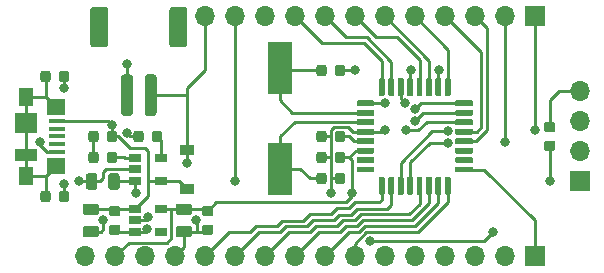
<source format=gtl>
G04 #@! TF.GenerationSoftware,KiCad,Pcbnew,(5.1.5)-3*
G04 #@! TF.CreationDate,2020-04-05T19:30:44-04:00*
G04 #@! TF.ProjectId,STM8Feather,53544d38-4665-4617-9468-65722e6b6963,rev?*
G04 #@! TF.SameCoordinates,Original*
G04 #@! TF.FileFunction,Copper,L1,Top*
G04 #@! TF.FilePolarity,Positive*
%FSLAX46Y46*%
G04 Gerber Fmt 4.6, Leading zero omitted, Abs format (unit mm)*
G04 Created by KiCad (PCBNEW (5.1.5)-3) date 2020-04-05 19:30:44*
%MOMM*%
%LPD*%
G04 APERTURE LIST*
%ADD10R,1.700000X1.700000*%
%ADD11O,1.700000X1.700000*%
%ADD12C,0.100000*%
%ADD13R,1.200000X0.900000*%
%ADD14R,1.380000X0.450000*%
%ADD15R,1.550000X1.425000*%
%ADD16R,1.300000X1.650000*%
%ADD17R,1.900000X1.800000*%
%ADD18R,1.900000X1.000000*%
%ADD19R,1.060000X0.650000*%
%ADD20R,2.000000X4.500000*%
%ADD21C,0.800000*%
%ADD22C,0.250000*%
G04 APERTURE END LIST*
D10*
X69850000Y-46990000D03*
D11*
X67310000Y-46990000D03*
X64770000Y-46990000D03*
X62230000Y-46990000D03*
X59690000Y-46990000D03*
X57150000Y-46990000D03*
X54610000Y-46990000D03*
X52070000Y-46990000D03*
X49530000Y-46990000D03*
X46990000Y-46990000D03*
X44450000Y-46990000D03*
X41910000Y-46990000D03*
X39370000Y-46990000D03*
X36830000Y-46990000D03*
X34290000Y-46990000D03*
X31750000Y-46990000D03*
D10*
X69850000Y-26670000D03*
D11*
X67310000Y-26670000D03*
X64770000Y-26670000D03*
X62230000Y-26670000D03*
X59690000Y-26670000D03*
X57150000Y-26670000D03*
X54610000Y-26670000D03*
X52070000Y-26670000D03*
X49530000Y-26670000D03*
X46990000Y-26670000D03*
X44450000Y-26670000D03*
X41910000Y-26670000D03*
G04 #@! TA.AperFunction,SMDPad,CuDef*
D12*
G36*
X56152252Y-33780602D02*
G01*
X56164386Y-33782402D01*
X56176286Y-33785382D01*
X56187835Y-33789515D01*
X56198925Y-33794760D01*
X56209446Y-33801066D01*
X56219299Y-33808374D01*
X56228388Y-33816612D01*
X56236626Y-33825701D01*
X56243934Y-33835554D01*
X56250240Y-33846075D01*
X56255485Y-33857165D01*
X56259618Y-33868714D01*
X56262598Y-33880614D01*
X56264398Y-33892748D01*
X56265000Y-33905000D01*
X56265000Y-34155000D01*
X56264398Y-34167252D01*
X56262598Y-34179386D01*
X56259618Y-34191286D01*
X56255485Y-34202835D01*
X56250240Y-34213925D01*
X56243934Y-34224446D01*
X56236626Y-34234299D01*
X56228388Y-34243388D01*
X56219299Y-34251626D01*
X56209446Y-34258934D01*
X56198925Y-34265240D01*
X56187835Y-34270485D01*
X56176286Y-34274618D01*
X56164386Y-34277598D01*
X56152252Y-34279398D01*
X56140000Y-34280000D01*
X54890000Y-34280000D01*
X54877748Y-34279398D01*
X54865614Y-34277598D01*
X54853714Y-34274618D01*
X54842165Y-34270485D01*
X54831075Y-34265240D01*
X54820554Y-34258934D01*
X54810701Y-34251626D01*
X54801612Y-34243388D01*
X54793374Y-34234299D01*
X54786066Y-34224446D01*
X54779760Y-34213925D01*
X54774515Y-34202835D01*
X54770382Y-34191286D01*
X54767402Y-34179386D01*
X54765602Y-34167252D01*
X54765000Y-34155000D01*
X54765000Y-33905000D01*
X54765602Y-33892748D01*
X54767402Y-33880614D01*
X54770382Y-33868714D01*
X54774515Y-33857165D01*
X54779760Y-33846075D01*
X54786066Y-33835554D01*
X54793374Y-33825701D01*
X54801612Y-33816612D01*
X54810701Y-33808374D01*
X54820554Y-33801066D01*
X54831075Y-33794760D01*
X54842165Y-33789515D01*
X54853714Y-33785382D01*
X54865614Y-33782402D01*
X54877748Y-33780602D01*
X54890000Y-33780000D01*
X56140000Y-33780000D01*
X56152252Y-33780602D01*
G37*
G04 #@! TD.AperFunction*
G04 #@! TA.AperFunction,SMDPad,CuDef*
G36*
X56152252Y-34580602D02*
G01*
X56164386Y-34582402D01*
X56176286Y-34585382D01*
X56187835Y-34589515D01*
X56198925Y-34594760D01*
X56209446Y-34601066D01*
X56219299Y-34608374D01*
X56228388Y-34616612D01*
X56236626Y-34625701D01*
X56243934Y-34635554D01*
X56250240Y-34646075D01*
X56255485Y-34657165D01*
X56259618Y-34668714D01*
X56262598Y-34680614D01*
X56264398Y-34692748D01*
X56265000Y-34705000D01*
X56265000Y-34955000D01*
X56264398Y-34967252D01*
X56262598Y-34979386D01*
X56259618Y-34991286D01*
X56255485Y-35002835D01*
X56250240Y-35013925D01*
X56243934Y-35024446D01*
X56236626Y-35034299D01*
X56228388Y-35043388D01*
X56219299Y-35051626D01*
X56209446Y-35058934D01*
X56198925Y-35065240D01*
X56187835Y-35070485D01*
X56176286Y-35074618D01*
X56164386Y-35077598D01*
X56152252Y-35079398D01*
X56140000Y-35080000D01*
X54890000Y-35080000D01*
X54877748Y-35079398D01*
X54865614Y-35077598D01*
X54853714Y-35074618D01*
X54842165Y-35070485D01*
X54831075Y-35065240D01*
X54820554Y-35058934D01*
X54810701Y-35051626D01*
X54801612Y-35043388D01*
X54793374Y-35034299D01*
X54786066Y-35024446D01*
X54779760Y-35013925D01*
X54774515Y-35002835D01*
X54770382Y-34991286D01*
X54767402Y-34979386D01*
X54765602Y-34967252D01*
X54765000Y-34955000D01*
X54765000Y-34705000D01*
X54765602Y-34692748D01*
X54767402Y-34680614D01*
X54770382Y-34668714D01*
X54774515Y-34657165D01*
X54779760Y-34646075D01*
X54786066Y-34635554D01*
X54793374Y-34625701D01*
X54801612Y-34616612D01*
X54810701Y-34608374D01*
X54820554Y-34601066D01*
X54831075Y-34594760D01*
X54842165Y-34589515D01*
X54853714Y-34585382D01*
X54865614Y-34582402D01*
X54877748Y-34580602D01*
X54890000Y-34580000D01*
X56140000Y-34580000D01*
X56152252Y-34580602D01*
G37*
G04 #@! TD.AperFunction*
G04 #@! TA.AperFunction,SMDPad,CuDef*
G36*
X56152252Y-35380602D02*
G01*
X56164386Y-35382402D01*
X56176286Y-35385382D01*
X56187835Y-35389515D01*
X56198925Y-35394760D01*
X56209446Y-35401066D01*
X56219299Y-35408374D01*
X56228388Y-35416612D01*
X56236626Y-35425701D01*
X56243934Y-35435554D01*
X56250240Y-35446075D01*
X56255485Y-35457165D01*
X56259618Y-35468714D01*
X56262598Y-35480614D01*
X56264398Y-35492748D01*
X56265000Y-35505000D01*
X56265000Y-35755000D01*
X56264398Y-35767252D01*
X56262598Y-35779386D01*
X56259618Y-35791286D01*
X56255485Y-35802835D01*
X56250240Y-35813925D01*
X56243934Y-35824446D01*
X56236626Y-35834299D01*
X56228388Y-35843388D01*
X56219299Y-35851626D01*
X56209446Y-35858934D01*
X56198925Y-35865240D01*
X56187835Y-35870485D01*
X56176286Y-35874618D01*
X56164386Y-35877598D01*
X56152252Y-35879398D01*
X56140000Y-35880000D01*
X54890000Y-35880000D01*
X54877748Y-35879398D01*
X54865614Y-35877598D01*
X54853714Y-35874618D01*
X54842165Y-35870485D01*
X54831075Y-35865240D01*
X54820554Y-35858934D01*
X54810701Y-35851626D01*
X54801612Y-35843388D01*
X54793374Y-35834299D01*
X54786066Y-35824446D01*
X54779760Y-35813925D01*
X54774515Y-35802835D01*
X54770382Y-35791286D01*
X54767402Y-35779386D01*
X54765602Y-35767252D01*
X54765000Y-35755000D01*
X54765000Y-35505000D01*
X54765602Y-35492748D01*
X54767402Y-35480614D01*
X54770382Y-35468714D01*
X54774515Y-35457165D01*
X54779760Y-35446075D01*
X54786066Y-35435554D01*
X54793374Y-35425701D01*
X54801612Y-35416612D01*
X54810701Y-35408374D01*
X54820554Y-35401066D01*
X54831075Y-35394760D01*
X54842165Y-35389515D01*
X54853714Y-35385382D01*
X54865614Y-35382402D01*
X54877748Y-35380602D01*
X54890000Y-35380000D01*
X56140000Y-35380000D01*
X56152252Y-35380602D01*
G37*
G04 #@! TD.AperFunction*
G04 #@! TA.AperFunction,SMDPad,CuDef*
G36*
X56152252Y-36180602D02*
G01*
X56164386Y-36182402D01*
X56176286Y-36185382D01*
X56187835Y-36189515D01*
X56198925Y-36194760D01*
X56209446Y-36201066D01*
X56219299Y-36208374D01*
X56228388Y-36216612D01*
X56236626Y-36225701D01*
X56243934Y-36235554D01*
X56250240Y-36246075D01*
X56255485Y-36257165D01*
X56259618Y-36268714D01*
X56262598Y-36280614D01*
X56264398Y-36292748D01*
X56265000Y-36305000D01*
X56265000Y-36555000D01*
X56264398Y-36567252D01*
X56262598Y-36579386D01*
X56259618Y-36591286D01*
X56255485Y-36602835D01*
X56250240Y-36613925D01*
X56243934Y-36624446D01*
X56236626Y-36634299D01*
X56228388Y-36643388D01*
X56219299Y-36651626D01*
X56209446Y-36658934D01*
X56198925Y-36665240D01*
X56187835Y-36670485D01*
X56176286Y-36674618D01*
X56164386Y-36677598D01*
X56152252Y-36679398D01*
X56140000Y-36680000D01*
X54890000Y-36680000D01*
X54877748Y-36679398D01*
X54865614Y-36677598D01*
X54853714Y-36674618D01*
X54842165Y-36670485D01*
X54831075Y-36665240D01*
X54820554Y-36658934D01*
X54810701Y-36651626D01*
X54801612Y-36643388D01*
X54793374Y-36634299D01*
X54786066Y-36624446D01*
X54779760Y-36613925D01*
X54774515Y-36602835D01*
X54770382Y-36591286D01*
X54767402Y-36579386D01*
X54765602Y-36567252D01*
X54765000Y-36555000D01*
X54765000Y-36305000D01*
X54765602Y-36292748D01*
X54767402Y-36280614D01*
X54770382Y-36268714D01*
X54774515Y-36257165D01*
X54779760Y-36246075D01*
X54786066Y-36235554D01*
X54793374Y-36225701D01*
X54801612Y-36216612D01*
X54810701Y-36208374D01*
X54820554Y-36201066D01*
X54831075Y-36194760D01*
X54842165Y-36189515D01*
X54853714Y-36185382D01*
X54865614Y-36182402D01*
X54877748Y-36180602D01*
X54890000Y-36180000D01*
X56140000Y-36180000D01*
X56152252Y-36180602D01*
G37*
G04 #@! TD.AperFunction*
G04 #@! TA.AperFunction,SMDPad,CuDef*
G36*
X56152252Y-36980602D02*
G01*
X56164386Y-36982402D01*
X56176286Y-36985382D01*
X56187835Y-36989515D01*
X56198925Y-36994760D01*
X56209446Y-37001066D01*
X56219299Y-37008374D01*
X56228388Y-37016612D01*
X56236626Y-37025701D01*
X56243934Y-37035554D01*
X56250240Y-37046075D01*
X56255485Y-37057165D01*
X56259618Y-37068714D01*
X56262598Y-37080614D01*
X56264398Y-37092748D01*
X56265000Y-37105000D01*
X56265000Y-37355000D01*
X56264398Y-37367252D01*
X56262598Y-37379386D01*
X56259618Y-37391286D01*
X56255485Y-37402835D01*
X56250240Y-37413925D01*
X56243934Y-37424446D01*
X56236626Y-37434299D01*
X56228388Y-37443388D01*
X56219299Y-37451626D01*
X56209446Y-37458934D01*
X56198925Y-37465240D01*
X56187835Y-37470485D01*
X56176286Y-37474618D01*
X56164386Y-37477598D01*
X56152252Y-37479398D01*
X56140000Y-37480000D01*
X54890000Y-37480000D01*
X54877748Y-37479398D01*
X54865614Y-37477598D01*
X54853714Y-37474618D01*
X54842165Y-37470485D01*
X54831075Y-37465240D01*
X54820554Y-37458934D01*
X54810701Y-37451626D01*
X54801612Y-37443388D01*
X54793374Y-37434299D01*
X54786066Y-37424446D01*
X54779760Y-37413925D01*
X54774515Y-37402835D01*
X54770382Y-37391286D01*
X54767402Y-37379386D01*
X54765602Y-37367252D01*
X54765000Y-37355000D01*
X54765000Y-37105000D01*
X54765602Y-37092748D01*
X54767402Y-37080614D01*
X54770382Y-37068714D01*
X54774515Y-37057165D01*
X54779760Y-37046075D01*
X54786066Y-37035554D01*
X54793374Y-37025701D01*
X54801612Y-37016612D01*
X54810701Y-37008374D01*
X54820554Y-37001066D01*
X54831075Y-36994760D01*
X54842165Y-36989515D01*
X54853714Y-36985382D01*
X54865614Y-36982402D01*
X54877748Y-36980602D01*
X54890000Y-36980000D01*
X56140000Y-36980000D01*
X56152252Y-36980602D01*
G37*
G04 #@! TD.AperFunction*
G04 #@! TA.AperFunction,SMDPad,CuDef*
G36*
X56152252Y-37780602D02*
G01*
X56164386Y-37782402D01*
X56176286Y-37785382D01*
X56187835Y-37789515D01*
X56198925Y-37794760D01*
X56209446Y-37801066D01*
X56219299Y-37808374D01*
X56228388Y-37816612D01*
X56236626Y-37825701D01*
X56243934Y-37835554D01*
X56250240Y-37846075D01*
X56255485Y-37857165D01*
X56259618Y-37868714D01*
X56262598Y-37880614D01*
X56264398Y-37892748D01*
X56265000Y-37905000D01*
X56265000Y-38155000D01*
X56264398Y-38167252D01*
X56262598Y-38179386D01*
X56259618Y-38191286D01*
X56255485Y-38202835D01*
X56250240Y-38213925D01*
X56243934Y-38224446D01*
X56236626Y-38234299D01*
X56228388Y-38243388D01*
X56219299Y-38251626D01*
X56209446Y-38258934D01*
X56198925Y-38265240D01*
X56187835Y-38270485D01*
X56176286Y-38274618D01*
X56164386Y-38277598D01*
X56152252Y-38279398D01*
X56140000Y-38280000D01*
X54890000Y-38280000D01*
X54877748Y-38279398D01*
X54865614Y-38277598D01*
X54853714Y-38274618D01*
X54842165Y-38270485D01*
X54831075Y-38265240D01*
X54820554Y-38258934D01*
X54810701Y-38251626D01*
X54801612Y-38243388D01*
X54793374Y-38234299D01*
X54786066Y-38224446D01*
X54779760Y-38213925D01*
X54774515Y-38202835D01*
X54770382Y-38191286D01*
X54767402Y-38179386D01*
X54765602Y-38167252D01*
X54765000Y-38155000D01*
X54765000Y-37905000D01*
X54765602Y-37892748D01*
X54767402Y-37880614D01*
X54770382Y-37868714D01*
X54774515Y-37857165D01*
X54779760Y-37846075D01*
X54786066Y-37835554D01*
X54793374Y-37825701D01*
X54801612Y-37816612D01*
X54810701Y-37808374D01*
X54820554Y-37801066D01*
X54831075Y-37794760D01*
X54842165Y-37789515D01*
X54853714Y-37785382D01*
X54865614Y-37782402D01*
X54877748Y-37780602D01*
X54890000Y-37780000D01*
X56140000Y-37780000D01*
X56152252Y-37780602D01*
G37*
G04 #@! TD.AperFunction*
G04 #@! TA.AperFunction,SMDPad,CuDef*
G36*
X56152252Y-38580602D02*
G01*
X56164386Y-38582402D01*
X56176286Y-38585382D01*
X56187835Y-38589515D01*
X56198925Y-38594760D01*
X56209446Y-38601066D01*
X56219299Y-38608374D01*
X56228388Y-38616612D01*
X56236626Y-38625701D01*
X56243934Y-38635554D01*
X56250240Y-38646075D01*
X56255485Y-38657165D01*
X56259618Y-38668714D01*
X56262598Y-38680614D01*
X56264398Y-38692748D01*
X56265000Y-38705000D01*
X56265000Y-38955000D01*
X56264398Y-38967252D01*
X56262598Y-38979386D01*
X56259618Y-38991286D01*
X56255485Y-39002835D01*
X56250240Y-39013925D01*
X56243934Y-39024446D01*
X56236626Y-39034299D01*
X56228388Y-39043388D01*
X56219299Y-39051626D01*
X56209446Y-39058934D01*
X56198925Y-39065240D01*
X56187835Y-39070485D01*
X56176286Y-39074618D01*
X56164386Y-39077598D01*
X56152252Y-39079398D01*
X56140000Y-39080000D01*
X54890000Y-39080000D01*
X54877748Y-39079398D01*
X54865614Y-39077598D01*
X54853714Y-39074618D01*
X54842165Y-39070485D01*
X54831075Y-39065240D01*
X54820554Y-39058934D01*
X54810701Y-39051626D01*
X54801612Y-39043388D01*
X54793374Y-39034299D01*
X54786066Y-39024446D01*
X54779760Y-39013925D01*
X54774515Y-39002835D01*
X54770382Y-38991286D01*
X54767402Y-38979386D01*
X54765602Y-38967252D01*
X54765000Y-38955000D01*
X54765000Y-38705000D01*
X54765602Y-38692748D01*
X54767402Y-38680614D01*
X54770382Y-38668714D01*
X54774515Y-38657165D01*
X54779760Y-38646075D01*
X54786066Y-38635554D01*
X54793374Y-38625701D01*
X54801612Y-38616612D01*
X54810701Y-38608374D01*
X54820554Y-38601066D01*
X54831075Y-38594760D01*
X54842165Y-38589515D01*
X54853714Y-38585382D01*
X54865614Y-38582402D01*
X54877748Y-38580602D01*
X54890000Y-38580000D01*
X56140000Y-38580000D01*
X56152252Y-38580602D01*
G37*
G04 #@! TD.AperFunction*
G04 #@! TA.AperFunction,SMDPad,CuDef*
G36*
X56152252Y-39380602D02*
G01*
X56164386Y-39382402D01*
X56176286Y-39385382D01*
X56187835Y-39389515D01*
X56198925Y-39394760D01*
X56209446Y-39401066D01*
X56219299Y-39408374D01*
X56228388Y-39416612D01*
X56236626Y-39425701D01*
X56243934Y-39435554D01*
X56250240Y-39446075D01*
X56255485Y-39457165D01*
X56259618Y-39468714D01*
X56262598Y-39480614D01*
X56264398Y-39492748D01*
X56265000Y-39505000D01*
X56265000Y-39755000D01*
X56264398Y-39767252D01*
X56262598Y-39779386D01*
X56259618Y-39791286D01*
X56255485Y-39802835D01*
X56250240Y-39813925D01*
X56243934Y-39824446D01*
X56236626Y-39834299D01*
X56228388Y-39843388D01*
X56219299Y-39851626D01*
X56209446Y-39858934D01*
X56198925Y-39865240D01*
X56187835Y-39870485D01*
X56176286Y-39874618D01*
X56164386Y-39877598D01*
X56152252Y-39879398D01*
X56140000Y-39880000D01*
X54890000Y-39880000D01*
X54877748Y-39879398D01*
X54865614Y-39877598D01*
X54853714Y-39874618D01*
X54842165Y-39870485D01*
X54831075Y-39865240D01*
X54820554Y-39858934D01*
X54810701Y-39851626D01*
X54801612Y-39843388D01*
X54793374Y-39834299D01*
X54786066Y-39824446D01*
X54779760Y-39813925D01*
X54774515Y-39802835D01*
X54770382Y-39791286D01*
X54767402Y-39779386D01*
X54765602Y-39767252D01*
X54765000Y-39755000D01*
X54765000Y-39505000D01*
X54765602Y-39492748D01*
X54767402Y-39480614D01*
X54770382Y-39468714D01*
X54774515Y-39457165D01*
X54779760Y-39446075D01*
X54786066Y-39435554D01*
X54793374Y-39425701D01*
X54801612Y-39416612D01*
X54810701Y-39408374D01*
X54820554Y-39401066D01*
X54831075Y-39394760D01*
X54842165Y-39389515D01*
X54853714Y-39385382D01*
X54865614Y-39382402D01*
X54877748Y-39380602D01*
X54890000Y-39380000D01*
X56140000Y-39380000D01*
X56152252Y-39380602D01*
G37*
G04 #@! TD.AperFunction*
G04 #@! TA.AperFunction,SMDPad,CuDef*
G36*
X57027252Y-40255602D02*
G01*
X57039386Y-40257402D01*
X57051286Y-40260382D01*
X57062835Y-40264515D01*
X57073925Y-40269760D01*
X57084446Y-40276066D01*
X57094299Y-40283374D01*
X57103388Y-40291612D01*
X57111626Y-40300701D01*
X57118934Y-40310554D01*
X57125240Y-40321075D01*
X57130485Y-40332165D01*
X57134618Y-40343714D01*
X57137598Y-40355614D01*
X57139398Y-40367748D01*
X57140000Y-40380000D01*
X57140000Y-41630000D01*
X57139398Y-41642252D01*
X57137598Y-41654386D01*
X57134618Y-41666286D01*
X57130485Y-41677835D01*
X57125240Y-41688925D01*
X57118934Y-41699446D01*
X57111626Y-41709299D01*
X57103388Y-41718388D01*
X57094299Y-41726626D01*
X57084446Y-41733934D01*
X57073925Y-41740240D01*
X57062835Y-41745485D01*
X57051286Y-41749618D01*
X57039386Y-41752598D01*
X57027252Y-41754398D01*
X57015000Y-41755000D01*
X56765000Y-41755000D01*
X56752748Y-41754398D01*
X56740614Y-41752598D01*
X56728714Y-41749618D01*
X56717165Y-41745485D01*
X56706075Y-41740240D01*
X56695554Y-41733934D01*
X56685701Y-41726626D01*
X56676612Y-41718388D01*
X56668374Y-41709299D01*
X56661066Y-41699446D01*
X56654760Y-41688925D01*
X56649515Y-41677835D01*
X56645382Y-41666286D01*
X56642402Y-41654386D01*
X56640602Y-41642252D01*
X56640000Y-41630000D01*
X56640000Y-40380000D01*
X56640602Y-40367748D01*
X56642402Y-40355614D01*
X56645382Y-40343714D01*
X56649515Y-40332165D01*
X56654760Y-40321075D01*
X56661066Y-40310554D01*
X56668374Y-40300701D01*
X56676612Y-40291612D01*
X56685701Y-40283374D01*
X56695554Y-40276066D01*
X56706075Y-40269760D01*
X56717165Y-40264515D01*
X56728714Y-40260382D01*
X56740614Y-40257402D01*
X56752748Y-40255602D01*
X56765000Y-40255000D01*
X57015000Y-40255000D01*
X57027252Y-40255602D01*
G37*
G04 #@! TD.AperFunction*
G04 #@! TA.AperFunction,SMDPad,CuDef*
G36*
X57827252Y-40255602D02*
G01*
X57839386Y-40257402D01*
X57851286Y-40260382D01*
X57862835Y-40264515D01*
X57873925Y-40269760D01*
X57884446Y-40276066D01*
X57894299Y-40283374D01*
X57903388Y-40291612D01*
X57911626Y-40300701D01*
X57918934Y-40310554D01*
X57925240Y-40321075D01*
X57930485Y-40332165D01*
X57934618Y-40343714D01*
X57937598Y-40355614D01*
X57939398Y-40367748D01*
X57940000Y-40380000D01*
X57940000Y-41630000D01*
X57939398Y-41642252D01*
X57937598Y-41654386D01*
X57934618Y-41666286D01*
X57930485Y-41677835D01*
X57925240Y-41688925D01*
X57918934Y-41699446D01*
X57911626Y-41709299D01*
X57903388Y-41718388D01*
X57894299Y-41726626D01*
X57884446Y-41733934D01*
X57873925Y-41740240D01*
X57862835Y-41745485D01*
X57851286Y-41749618D01*
X57839386Y-41752598D01*
X57827252Y-41754398D01*
X57815000Y-41755000D01*
X57565000Y-41755000D01*
X57552748Y-41754398D01*
X57540614Y-41752598D01*
X57528714Y-41749618D01*
X57517165Y-41745485D01*
X57506075Y-41740240D01*
X57495554Y-41733934D01*
X57485701Y-41726626D01*
X57476612Y-41718388D01*
X57468374Y-41709299D01*
X57461066Y-41699446D01*
X57454760Y-41688925D01*
X57449515Y-41677835D01*
X57445382Y-41666286D01*
X57442402Y-41654386D01*
X57440602Y-41642252D01*
X57440000Y-41630000D01*
X57440000Y-40380000D01*
X57440602Y-40367748D01*
X57442402Y-40355614D01*
X57445382Y-40343714D01*
X57449515Y-40332165D01*
X57454760Y-40321075D01*
X57461066Y-40310554D01*
X57468374Y-40300701D01*
X57476612Y-40291612D01*
X57485701Y-40283374D01*
X57495554Y-40276066D01*
X57506075Y-40269760D01*
X57517165Y-40264515D01*
X57528714Y-40260382D01*
X57540614Y-40257402D01*
X57552748Y-40255602D01*
X57565000Y-40255000D01*
X57815000Y-40255000D01*
X57827252Y-40255602D01*
G37*
G04 #@! TD.AperFunction*
G04 #@! TA.AperFunction,SMDPad,CuDef*
G36*
X58627252Y-40255602D02*
G01*
X58639386Y-40257402D01*
X58651286Y-40260382D01*
X58662835Y-40264515D01*
X58673925Y-40269760D01*
X58684446Y-40276066D01*
X58694299Y-40283374D01*
X58703388Y-40291612D01*
X58711626Y-40300701D01*
X58718934Y-40310554D01*
X58725240Y-40321075D01*
X58730485Y-40332165D01*
X58734618Y-40343714D01*
X58737598Y-40355614D01*
X58739398Y-40367748D01*
X58740000Y-40380000D01*
X58740000Y-41630000D01*
X58739398Y-41642252D01*
X58737598Y-41654386D01*
X58734618Y-41666286D01*
X58730485Y-41677835D01*
X58725240Y-41688925D01*
X58718934Y-41699446D01*
X58711626Y-41709299D01*
X58703388Y-41718388D01*
X58694299Y-41726626D01*
X58684446Y-41733934D01*
X58673925Y-41740240D01*
X58662835Y-41745485D01*
X58651286Y-41749618D01*
X58639386Y-41752598D01*
X58627252Y-41754398D01*
X58615000Y-41755000D01*
X58365000Y-41755000D01*
X58352748Y-41754398D01*
X58340614Y-41752598D01*
X58328714Y-41749618D01*
X58317165Y-41745485D01*
X58306075Y-41740240D01*
X58295554Y-41733934D01*
X58285701Y-41726626D01*
X58276612Y-41718388D01*
X58268374Y-41709299D01*
X58261066Y-41699446D01*
X58254760Y-41688925D01*
X58249515Y-41677835D01*
X58245382Y-41666286D01*
X58242402Y-41654386D01*
X58240602Y-41642252D01*
X58240000Y-41630000D01*
X58240000Y-40380000D01*
X58240602Y-40367748D01*
X58242402Y-40355614D01*
X58245382Y-40343714D01*
X58249515Y-40332165D01*
X58254760Y-40321075D01*
X58261066Y-40310554D01*
X58268374Y-40300701D01*
X58276612Y-40291612D01*
X58285701Y-40283374D01*
X58295554Y-40276066D01*
X58306075Y-40269760D01*
X58317165Y-40264515D01*
X58328714Y-40260382D01*
X58340614Y-40257402D01*
X58352748Y-40255602D01*
X58365000Y-40255000D01*
X58615000Y-40255000D01*
X58627252Y-40255602D01*
G37*
G04 #@! TD.AperFunction*
G04 #@! TA.AperFunction,SMDPad,CuDef*
G36*
X59427252Y-40255602D02*
G01*
X59439386Y-40257402D01*
X59451286Y-40260382D01*
X59462835Y-40264515D01*
X59473925Y-40269760D01*
X59484446Y-40276066D01*
X59494299Y-40283374D01*
X59503388Y-40291612D01*
X59511626Y-40300701D01*
X59518934Y-40310554D01*
X59525240Y-40321075D01*
X59530485Y-40332165D01*
X59534618Y-40343714D01*
X59537598Y-40355614D01*
X59539398Y-40367748D01*
X59540000Y-40380000D01*
X59540000Y-41630000D01*
X59539398Y-41642252D01*
X59537598Y-41654386D01*
X59534618Y-41666286D01*
X59530485Y-41677835D01*
X59525240Y-41688925D01*
X59518934Y-41699446D01*
X59511626Y-41709299D01*
X59503388Y-41718388D01*
X59494299Y-41726626D01*
X59484446Y-41733934D01*
X59473925Y-41740240D01*
X59462835Y-41745485D01*
X59451286Y-41749618D01*
X59439386Y-41752598D01*
X59427252Y-41754398D01*
X59415000Y-41755000D01*
X59165000Y-41755000D01*
X59152748Y-41754398D01*
X59140614Y-41752598D01*
X59128714Y-41749618D01*
X59117165Y-41745485D01*
X59106075Y-41740240D01*
X59095554Y-41733934D01*
X59085701Y-41726626D01*
X59076612Y-41718388D01*
X59068374Y-41709299D01*
X59061066Y-41699446D01*
X59054760Y-41688925D01*
X59049515Y-41677835D01*
X59045382Y-41666286D01*
X59042402Y-41654386D01*
X59040602Y-41642252D01*
X59040000Y-41630000D01*
X59040000Y-40380000D01*
X59040602Y-40367748D01*
X59042402Y-40355614D01*
X59045382Y-40343714D01*
X59049515Y-40332165D01*
X59054760Y-40321075D01*
X59061066Y-40310554D01*
X59068374Y-40300701D01*
X59076612Y-40291612D01*
X59085701Y-40283374D01*
X59095554Y-40276066D01*
X59106075Y-40269760D01*
X59117165Y-40264515D01*
X59128714Y-40260382D01*
X59140614Y-40257402D01*
X59152748Y-40255602D01*
X59165000Y-40255000D01*
X59415000Y-40255000D01*
X59427252Y-40255602D01*
G37*
G04 #@! TD.AperFunction*
G04 #@! TA.AperFunction,SMDPad,CuDef*
G36*
X60227252Y-40255602D02*
G01*
X60239386Y-40257402D01*
X60251286Y-40260382D01*
X60262835Y-40264515D01*
X60273925Y-40269760D01*
X60284446Y-40276066D01*
X60294299Y-40283374D01*
X60303388Y-40291612D01*
X60311626Y-40300701D01*
X60318934Y-40310554D01*
X60325240Y-40321075D01*
X60330485Y-40332165D01*
X60334618Y-40343714D01*
X60337598Y-40355614D01*
X60339398Y-40367748D01*
X60340000Y-40380000D01*
X60340000Y-41630000D01*
X60339398Y-41642252D01*
X60337598Y-41654386D01*
X60334618Y-41666286D01*
X60330485Y-41677835D01*
X60325240Y-41688925D01*
X60318934Y-41699446D01*
X60311626Y-41709299D01*
X60303388Y-41718388D01*
X60294299Y-41726626D01*
X60284446Y-41733934D01*
X60273925Y-41740240D01*
X60262835Y-41745485D01*
X60251286Y-41749618D01*
X60239386Y-41752598D01*
X60227252Y-41754398D01*
X60215000Y-41755000D01*
X59965000Y-41755000D01*
X59952748Y-41754398D01*
X59940614Y-41752598D01*
X59928714Y-41749618D01*
X59917165Y-41745485D01*
X59906075Y-41740240D01*
X59895554Y-41733934D01*
X59885701Y-41726626D01*
X59876612Y-41718388D01*
X59868374Y-41709299D01*
X59861066Y-41699446D01*
X59854760Y-41688925D01*
X59849515Y-41677835D01*
X59845382Y-41666286D01*
X59842402Y-41654386D01*
X59840602Y-41642252D01*
X59840000Y-41630000D01*
X59840000Y-40380000D01*
X59840602Y-40367748D01*
X59842402Y-40355614D01*
X59845382Y-40343714D01*
X59849515Y-40332165D01*
X59854760Y-40321075D01*
X59861066Y-40310554D01*
X59868374Y-40300701D01*
X59876612Y-40291612D01*
X59885701Y-40283374D01*
X59895554Y-40276066D01*
X59906075Y-40269760D01*
X59917165Y-40264515D01*
X59928714Y-40260382D01*
X59940614Y-40257402D01*
X59952748Y-40255602D01*
X59965000Y-40255000D01*
X60215000Y-40255000D01*
X60227252Y-40255602D01*
G37*
G04 #@! TD.AperFunction*
G04 #@! TA.AperFunction,SMDPad,CuDef*
G36*
X61027252Y-40255602D02*
G01*
X61039386Y-40257402D01*
X61051286Y-40260382D01*
X61062835Y-40264515D01*
X61073925Y-40269760D01*
X61084446Y-40276066D01*
X61094299Y-40283374D01*
X61103388Y-40291612D01*
X61111626Y-40300701D01*
X61118934Y-40310554D01*
X61125240Y-40321075D01*
X61130485Y-40332165D01*
X61134618Y-40343714D01*
X61137598Y-40355614D01*
X61139398Y-40367748D01*
X61140000Y-40380000D01*
X61140000Y-41630000D01*
X61139398Y-41642252D01*
X61137598Y-41654386D01*
X61134618Y-41666286D01*
X61130485Y-41677835D01*
X61125240Y-41688925D01*
X61118934Y-41699446D01*
X61111626Y-41709299D01*
X61103388Y-41718388D01*
X61094299Y-41726626D01*
X61084446Y-41733934D01*
X61073925Y-41740240D01*
X61062835Y-41745485D01*
X61051286Y-41749618D01*
X61039386Y-41752598D01*
X61027252Y-41754398D01*
X61015000Y-41755000D01*
X60765000Y-41755000D01*
X60752748Y-41754398D01*
X60740614Y-41752598D01*
X60728714Y-41749618D01*
X60717165Y-41745485D01*
X60706075Y-41740240D01*
X60695554Y-41733934D01*
X60685701Y-41726626D01*
X60676612Y-41718388D01*
X60668374Y-41709299D01*
X60661066Y-41699446D01*
X60654760Y-41688925D01*
X60649515Y-41677835D01*
X60645382Y-41666286D01*
X60642402Y-41654386D01*
X60640602Y-41642252D01*
X60640000Y-41630000D01*
X60640000Y-40380000D01*
X60640602Y-40367748D01*
X60642402Y-40355614D01*
X60645382Y-40343714D01*
X60649515Y-40332165D01*
X60654760Y-40321075D01*
X60661066Y-40310554D01*
X60668374Y-40300701D01*
X60676612Y-40291612D01*
X60685701Y-40283374D01*
X60695554Y-40276066D01*
X60706075Y-40269760D01*
X60717165Y-40264515D01*
X60728714Y-40260382D01*
X60740614Y-40257402D01*
X60752748Y-40255602D01*
X60765000Y-40255000D01*
X61015000Y-40255000D01*
X61027252Y-40255602D01*
G37*
G04 #@! TD.AperFunction*
G04 #@! TA.AperFunction,SMDPad,CuDef*
G36*
X61827252Y-40255602D02*
G01*
X61839386Y-40257402D01*
X61851286Y-40260382D01*
X61862835Y-40264515D01*
X61873925Y-40269760D01*
X61884446Y-40276066D01*
X61894299Y-40283374D01*
X61903388Y-40291612D01*
X61911626Y-40300701D01*
X61918934Y-40310554D01*
X61925240Y-40321075D01*
X61930485Y-40332165D01*
X61934618Y-40343714D01*
X61937598Y-40355614D01*
X61939398Y-40367748D01*
X61940000Y-40380000D01*
X61940000Y-41630000D01*
X61939398Y-41642252D01*
X61937598Y-41654386D01*
X61934618Y-41666286D01*
X61930485Y-41677835D01*
X61925240Y-41688925D01*
X61918934Y-41699446D01*
X61911626Y-41709299D01*
X61903388Y-41718388D01*
X61894299Y-41726626D01*
X61884446Y-41733934D01*
X61873925Y-41740240D01*
X61862835Y-41745485D01*
X61851286Y-41749618D01*
X61839386Y-41752598D01*
X61827252Y-41754398D01*
X61815000Y-41755000D01*
X61565000Y-41755000D01*
X61552748Y-41754398D01*
X61540614Y-41752598D01*
X61528714Y-41749618D01*
X61517165Y-41745485D01*
X61506075Y-41740240D01*
X61495554Y-41733934D01*
X61485701Y-41726626D01*
X61476612Y-41718388D01*
X61468374Y-41709299D01*
X61461066Y-41699446D01*
X61454760Y-41688925D01*
X61449515Y-41677835D01*
X61445382Y-41666286D01*
X61442402Y-41654386D01*
X61440602Y-41642252D01*
X61440000Y-41630000D01*
X61440000Y-40380000D01*
X61440602Y-40367748D01*
X61442402Y-40355614D01*
X61445382Y-40343714D01*
X61449515Y-40332165D01*
X61454760Y-40321075D01*
X61461066Y-40310554D01*
X61468374Y-40300701D01*
X61476612Y-40291612D01*
X61485701Y-40283374D01*
X61495554Y-40276066D01*
X61506075Y-40269760D01*
X61517165Y-40264515D01*
X61528714Y-40260382D01*
X61540614Y-40257402D01*
X61552748Y-40255602D01*
X61565000Y-40255000D01*
X61815000Y-40255000D01*
X61827252Y-40255602D01*
G37*
G04 #@! TD.AperFunction*
G04 #@! TA.AperFunction,SMDPad,CuDef*
G36*
X62627252Y-40255602D02*
G01*
X62639386Y-40257402D01*
X62651286Y-40260382D01*
X62662835Y-40264515D01*
X62673925Y-40269760D01*
X62684446Y-40276066D01*
X62694299Y-40283374D01*
X62703388Y-40291612D01*
X62711626Y-40300701D01*
X62718934Y-40310554D01*
X62725240Y-40321075D01*
X62730485Y-40332165D01*
X62734618Y-40343714D01*
X62737598Y-40355614D01*
X62739398Y-40367748D01*
X62740000Y-40380000D01*
X62740000Y-41630000D01*
X62739398Y-41642252D01*
X62737598Y-41654386D01*
X62734618Y-41666286D01*
X62730485Y-41677835D01*
X62725240Y-41688925D01*
X62718934Y-41699446D01*
X62711626Y-41709299D01*
X62703388Y-41718388D01*
X62694299Y-41726626D01*
X62684446Y-41733934D01*
X62673925Y-41740240D01*
X62662835Y-41745485D01*
X62651286Y-41749618D01*
X62639386Y-41752598D01*
X62627252Y-41754398D01*
X62615000Y-41755000D01*
X62365000Y-41755000D01*
X62352748Y-41754398D01*
X62340614Y-41752598D01*
X62328714Y-41749618D01*
X62317165Y-41745485D01*
X62306075Y-41740240D01*
X62295554Y-41733934D01*
X62285701Y-41726626D01*
X62276612Y-41718388D01*
X62268374Y-41709299D01*
X62261066Y-41699446D01*
X62254760Y-41688925D01*
X62249515Y-41677835D01*
X62245382Y-41666286D01*
X62242402Y-41654386D01*
X62240602Y-41642252D01*
X62240000Y-41630000D01*
X62240000Y-40380000D01*
X62240602Y-40367748D01*
X62242402Y-40355614D01*
X62245382Y-40343714D01*
X62249515Y-40332165D01*
X62254760Y-40321075D01*
X62261066Y-40310554D01*
X62268374Y-40300701D01*
X62276612Y-40291612D01*
X62285701Y-40283374D01*
X62295554Y-40276066D01*
X62306075Y-40269760D01*
X62317165Y-40264515D01*
X62328714Y-40260382D01*
X62340614Y-40257402D01*
X62352748Y-40255602D01*
X62365000Y-40255000D01*
X62615000Y-40255000D01*
X62627252Y-40255602D01*
G37*
G04 #@! TD.AperFunction*
G04 #@! TA.AperFunction,SMDPad,CuDef*
G36*
X64502252Y-39380602D02*
G01*
X64514386Y-39382402D01*
X64526286Y-39385382D01*
X64537835Y-39389515D01*
X64548925Y-39394760D01*
X64559446Y-39401066D01*
X64569299Y-39408374D01*
X64578388Y-39416612D01*
X64586626Y-39425701D01*
X64593934Y-39435554D01*
X64600240Y-39446075D01*
X64605485Y-39457165D01*
X64609618Y-39468714D01*
X64612598Y-39480614D01*
X64614398Y-39492748D01*
X64615000Y-39505000D01*
X64615000Y-39755000D01*
X64614398Y-39767252D01*
X64612598Y-39779386D01*
X64609618Y-39791286D01*
X64605485Y-39802835D01*
X64600240Y-39813925D01*
X64593934Y-39824446D01*
X64586626Y-39834299D01*
X64578388Y-39843388D01*
X64569299Y-39851626D01*
X64559446Y-39858934D01*
X64548925Y-39865240D01*
X64537835Y-39870485D01*
X64526286Y-39874618D01*
X64514386Y-39877598D01*
X64502252Y-39879398D01*
X64490000Y-39880000D01*
X63240000Y-39880000D01*
X63227748Y-39879398D01*
X63215614Y-39877598D01*
X63203714Y-39874618D01*
X63192165Y-39870485D01*
X63181075Y-39865240D01*
X63170554Y-39858934D01*
X63160701Y-39851626D01*
X63151612Y-39843388D01*
X63143374Y-39834299D01*
X63136066Y-39824446D01*
X63129760Y-39813925D01*
X63124515Y-39802835D01*
X63120382Y-39791286D01*
X63117402Y-39779386D01*
X63115602Y-39767252D01*
X63115000Y-39755000D01*
X63115000Y-39505000D01*
X63115602Y-39492748D01*
X63117402Y-39480614D01*
X63120382Y-39468714D01*
X63124515Y-39457165D01*
X63129760Y-39446075D01*
X63136066Y-39435554D01*
X63143374Y-39425701D01*
X63151612Y-39416612D01*
X63160701Y-39408374D01*
X63170554Y-39401066D01*
X63181075Y-39394760D01*
X63192165Y-39389515D01*
X63203714Y-39385382D01*
X63215614Y-39382402D01*
X63227748Y-39380602D01*
X63240000Y-39380000D01*
X64490000Y-39380000D01*
X64502252Y-39380602D01*
G37*
G04 #@! TD.AperFunction*
G04 #@! TA.AperFunction,SMDPad,CuDef*
G36*
X64502252Y-38580602D02*
G01*
X64514386Y-38582402D01*
X64526286Y-38585382D01*
X64537835Y-38589515D01*
X64548925Y-38594760D01*
X64559446Y-38601066D01*
X64569299Y-38608374D01*
X64578388Y-38616612D01*
X64586626Y-38625701D01*
X64593934Y-38635554D01*
X64600240Y-38646075D01*
X64605485Y-38657165D01*
X64609618Y-38668714D01*
X64612598Y-38680614D01*
X64614398Y-38692748D01*
X64615000Y-38705000D01*
X64615000Y-38955000D01*
X64614398Y-38967252D01*
X64612598Y-38979386D01*
X64609618Y-38991286D01*
X64605485Y-39002835D01*
X64600240Y-39013925D01*
X64593934Y-39024446D01*
X64586626Y-39034299D01*
X64578388Y-39043388D01*
X64569299Y-39051626D01*
X64559446Y-39058934D01*
X64548925Y-39065240D01*
X64537835Y-39070485D01*
X64526286Y-39074618D01*
X64514386Y-39077598D01*
X64502252Y-39079398D01*
X64490000Y-39080000D01*
X63240000Y-39080000D01*
X63227748Y-39079398D01*
X63215614Y-39077598D01*
X63203714Y-39074618D01*
X63192165Y-39070485D01*
X63181075Y-39065240D01*
X63170554Y-39058934D01*
X63160701Y-39051626D01*
X63151612Y-39043388D01*
X63143374Y-39034299D01*
X63136066Y-39024446D01*
X63129760Y-39013925D01*
X63124515Y-39002835D01*
X63120382Y-38991286D01*
X63117402Y-38979386D01*
X63115602Y-38967252D01*
X63115000Y-38955000D01*
X63115000Y-38705000D01*
X63115602Y-38692748D01*
X63117402Y-38680614D01*
X63120382Y-38668714D01*
X63124515Y-38657165D01*
X63129760Y-38646075D01*
X63136066Y-38635554D01*
X63143374Y-38625701D01*
X63151612Y-38616612D01*
X63160701Y-38608374D01*
X63170554Y-38601066D01*
X63181075Y-38594760D01*
X63192165Y-38589515D01*
X63203714Y-38585382D01*
X63215614Y-38582402D01*
X63227748Y-38580602D01*
X63240000Y-38580000D01*
X64490000Y-38580000D01*
X64502252Y-38580602D01*
G37*
G04 #@! TD.AperFunction*
G04 #@! TA.AperFunction,SMDPad,CuDef*
G36*
X64502252Y-37780602D02*
G01*
X64514386Y-37782402D01*
X64526286Y-37785382D01*
X64537835Y-37789515D01*
X64548925Y-37794760D01*
X64559446Y-37801066D01*
X64569299Y-37808374D01*
X64578388Y-37816612D01*
X64586626Y-37825701D01*
X64593934Y-37835554D01*
X64600240Y-37846075D01*
X64605485Y-37857165D01*
X64609618Y-37868714D01*
X64612598Y-37880614D01*
X64614398Y-37892748D01*
X64615000Y-37905000D01*
X64615000Y-38155000D01*
X64614398Y-38167252D01*
X64612598Y-38179386D01*
X64609618Y-38191286D01*
X64605485Y-38202835D01*
X64600240Y-38213925D01*
X64593934Y-38224446D01*
X64586626Y-38234299D01*
X64578388Y-38243388D01*
X64569299Y-38251626D01*
X64559446Y-38258934D01*
X64548925Y-38265240D01*
X64537835Y-38270485D01*
X64526286Y-38274618D01*
X64514386Y-38277598D01*
X64502252Y-38279398D01*
X64490000Y-38280000D01*
X63240000Y-38280000D01*
X63227748Y-38279398D01*
X63215614Y-38277598D01*
X63203714Y-38274618D01*
X63192165Y-38270485D01*
X63181075Y-38265240D01*
X63170554Y-38258934D01*
X63160701Y-38251626D01*
X63151612Y-38243388D01*
X63143374Y-38234299D01*
X63136066Y-38224446D01*
X63129760Y-38213925D01*
X63124515Y-38202835D01*
X63120382Y-38191286D01*
X63117402Y-38179386D01*
X63115602Y-38167252D01*
X63115000Y-38155000D01*
X63115000Y-37905000D01*
X63115602Y-37892748D01*
X63117402Y-37880614D01*
X63120382Y-37868714D01*
X63124515Y-37857165D01*
X63129760Y-37846075D01*
X63136066Y-37835554D01*
X63143374Y-37825701D01*
X63151612Y-37816612D01*
X63160701Y-37808374D01*
X63170554Y-37801066D01*
X63181075Y-37794760D01*
X63192165Y-37789515D01*
X63203714Y-37785382D01*
X63215614Y-37782402D01*
X63227748Y-37780602D01*
X63240000Y-37780000D01*
X64490000Y-37780000D01*
X64502252Y-37780602D01*
G37*
G04 #@! TD.AperFunction*
G04 #@! TA.AperFunction,SMDPad,CuDef*
G36*
X64502252Y-36980602D02*
G01*
X64514386Y-36982402D01*
X64526286Y-36985382D01*
X64537835Y-36989515D01*
X64548925Y-36994760D01*
X64559446Y-37001066D01*
X64569299Y-37008374D01*
X64578388Y-37016612D01*
X64586626Y-37025701D01*
X64593934Y-37035554D01*
X64600240Y-37046075D01*
X64605485Y-37057165D01*
X64609618Y-37068714D01*
X64612598Y-37080614D01*
X64614398Y-37092748D01*
X64615000Y-37105000D01*
X64615000Y-37355000D01*
X64614398Y-37367252D01*
X64612598Y-37379386D01*
X64609618Y-37391286D01*
X64605485Y-37402835D01*
X64600240Y-37413925D01*
X64593934Y-37424446D01*
X64586626Y-37434299D01*
X64578388Y-37443388D01*
X64569299Y-37451626D01*
X64559446Y-37458934D01*
X64548925Y-37465240D01*
X64537835Y-37470485D01*
X64526286Y-37474618D01*
X64514386Y-37477598D01*
X64502252Y-37479398D01*
X64490000Y-37480000D01*
X63240000Y-37480000D01*
X63227748Y-37479398D01*
X63215614Y-37477598D01*
X63203714Y-37474618D01*
X63192165Y-37470485D01*
X63181075Y-37465240D01*
X63170554Y-37458934D01*
X63160701Y-37451626D01*
X63151612Y-37443388D01*
X63143374Y-37434299D01*
X63136066Y-37424446D01*
X63129760Y-37413925D01*
X63124515Y-37402835D01*
X63120382Y-37391286D01*
X63117402Y-37379386D01*
X63115602Y-37367252D01*
X63115000Y-37355000D01*
X63115000Y-37105000D01*
X63115602Y-37092748D01*
X63117402Y-37080614D01*
X63120382Y-37068714D01*
X63124515Y-37057165D01*
X63129760Y-37046075D01*
X63136066Y-37035554D01*
X63143374Y-37025701D01*
X63151612Y-37016612D01*
X63160701Y-37008374D01*
X63170554Y-37001066D01*
X63181075Y-36994760D01*
X63192165Y-36989515D01*
X63203714Y-36985382D01*
X63215614Y-36982402D01*
X63227748Y-36980602D01*
X63240000Y-36980000D01*
X64490000Y-36980000D01*
X64502252Y-36980602D01*
G37*
G04 #@! TD.AperFunction*
G04 #@! TA.AperFunction,SMDPad,CuDef*
G36*
X64502252Y-36180602D02*
G01*
X64514386Y-36182402D01*
X64526286Y-36185382D01*
X64537835Y-36189515D01*
X64548925Y-36194760D01*
X64559446Y-36201066D01*
X64569299Y-36208374D01*
X64578388Y-36216612D01*
X64586626Y-36225701D01*
X64593934Y-36235554D01*
X64600240Y-36246075D01*
X64605485Y-36257165D01*
X64609618Y-36268714D01*
X64612598Y-36280614D01*
X64614398Y-36292748D01*
X64615000Y-36305000D01*
X64615000Y-36555000D01*
X64614398Y-36567252D01*
X64612598Y-36579386D01*
X64609618Y-36591286D01*
X64605485Y-36602835D01*
X64600240Y-36613925D01*
X64593934Y-36624446D01*
X64586626Y-36634299D01*
X64578388Y-36643388D01*
X64569299Y-36651626D01*
X64559446Y-36658934D01*
X64548925Y-36665240D01*
X64537835Y-36670485D01*
X64526286Y-36674618D01*
X64514386Y-36677598D01*
X64502252Y-36679398D01*
X64490000Y-36680000D01*
X63240000Y-36680000D01*
X63227748Y-36679398D01*
X63215614Y-36677598D01*
X63203714Y-36674618D01*
X63192165Y-36670485D01*
X63181075Y-36665240D01*
X63170554Y-36658934D01*
X63160701Y-36651626D01*
X63151612Y-36643388D01*
X63143374Y-36634299D01*
X63136066Y-36624446D01*
X63129760Y-36613925D01*
X63124515Y-36602835D01*
X63120382Y-36591286D01*
X63117402Y-36579386D01*
X63115602Y-36567252D01*
X63115000Y-36555000D01*
X63115000Y-36305000D01*
X63115602Y-36292748D01*
X63117402Y-36280614D01*
X63120382Y-36268714D01*
X63124515Y-36257165D01*
X63129760Y-36246075D01*
X63136066Y-36235554D01*
X63143374Y-36225701D01*
X63151612Y-36216612D01*
X63160701Y-36208374D01*
X63170554Y-36201066D01*
X63181075Y-36194760D01*
X63192165Y-36189515D01*
X63203714Y-36185382D01*
X63215614Y-36182402D01*
X63227748Y-36180602D01*
X63240000Y-36180000D01*
X64490000Y-36180000D01*
X64502252Y-36180602D01*
G37*
G04 #@! TD.AperFunction*
G04 #@! TA.AperFunction,SMDPad,CuDef*
G36*
X64502252Y-35380602D02*
G01*
X64514386Y-35382402D01*
X64526286Y-35385382D01*
X64537835Y-35389515D01*
X64548925Y-35394760D01*
X64559446Y-35401066D01*
X64569299Y-35408374D01*
X64578388Y-35416612D01*
X64586626Y-35425701D01*
X64593934Y-35435554D01*
X64600240Y-35446075D01*
X64605485Y-35457165D01*
X64609618Y-35468714D01*
X64612598Y-35480614D01*
X64614398Y-35492748D01*
X64615000Y-35505000D01*
X64615000Y-35755000D01*
X64614398Y-35767252D01*
X64612598Y-35779386D01*
X64609618Y-35791286D01*
X64605485Y-35802835D01*
X64600240Y-35813925D01*
X64593934Y-35824446D01*
X64586626Y-35834299D01*
X64578388Y-35843388D01*
X64569299Y-35851626D01*
X64559446Y-35858934D01*
X64548925Y-35865240D01*
X64537835Y-35870485D01*
X64526286Y-35874618D01*
X64514386Y-35877598D01*
X64502252Y-35879398D01*
X64490000Y-35880000D01*
X63240000Y-35880000D01*
X63227748Y-35879398D01*
X63215614Y-35877598D01*
X63203714Y-35874618D01*
X63192165Y-35870485D01*
X63181075Y-35865240D01*
X63170554Y-35858934D01*
X63160701Y-35851626D01*
X63151612Y-35843388D01*
X63143374Y-35834299D01*
X63136066Y-35824446D01*
X63129760Y-35813925D01*
X63124515Y-35802835D01*
X63120382Y-35791286D01*
X63117402Y-35779386D01*
X63115602Y-35767252D01*
X63115000Y-35755000D01*
X63115000Y-35505000D01*
X63115602Y-35492748D01*
X63117402Y-35480614D01*
X63120382Y-35468714D01*
X63124515Y-35457165D01*
X63129760Y-35446075D01*
X63136066Y-35435554D01*
X63143374Y-35425701D01*
X63151612Y-35416612D01*
X63160701Y-35408374D01*
X63170554Y-35401066D01*
X63181075Y-35394760D01*
X63192165Y-35389515D01*
X63203714Y-35385382D01*
X63215614Y-35382402D01*
X63227748Y-35380602D01*
X63240000Y-35380000D01*
X64490000Y-35380000D01*
X64502252Y-35380602D01*
G37*
G04 #@! TD.AperFunction*
G04 #@! TA.AperFunction,SMDPad,CuDef*
G36*
X64502252Y-34580602D02*
G01*
X64514386Y-34582402D01*
X64526286Y-34585382D01*
X64537835Y-34589515D01*
X64548925Y-34594760D01*
X64559446Y-34601066D01*
X64569299Y-34608374D01*
X64578388Y-34616612D01*
X64586626Y-34625701D01*
X64593934Y-34635554D01*
X64600240Y-34646075D01*
X64605485Y-34657165D01*
X64609618Y-34668714D01*
X64612598Y-34680614D01*
X64614398Y-34692748D01*
X64615000Y-34705000D01*
X64615000Y-34955000D01*
X64614398Y-34967252D01*
X64612598Y-34979386D01*
X64609618Y-34991286D01*
X64605485Y-35002835D01*
X64600240Y-35013925D01*
X64593934Y-35024446D01*
X64586626Y-35034299D01*
X64578388Y-35043388D01*
X64569299Y-35051626D01*
X64559446Y-35058934D01*
X64548925Y-35065240D01*
X64537835Y-35070485D01*
X64526286Y-35074618D01*
X64514386Y-35077598D01*
X64502252Y-35079398D01*
X64490000Y-35080000D01*
X63240000Y-35080000D01*
X63227748Y-35079398D01*
X63215614Y-35077598D01*
X63203714Y-35074618D01*
X63192165Y-35070485D01*
X63181075Y-35065240D01*
X63170554Y-35058934D01*
X63160701Y-35051626D01*
X63151612Y-35043388D01*
X63143374Y-35034299D01*
X63136066Y-35024446D01*
X63129760Y-35013925D01*
X63124515Y-35002835D01*
X63120382Y-34991286D01*
X63117402Y-34979386D01*
X63115602Y-34967252D01*
X63115000Y-34955000D01*
X63115000Y-34705000D01*
X63115602Y-34692748D01*
X63117402Y-34680614D01*
X63120382Y-34668714D01*
X63124515Y-34657165D01*
X63129760Y-34646075D01*
X63136066Y-34635554D01*
X63143374Y-34625701D01*
X63151612Y-34616612D01*
X63160701Y-34608374D01*
X63170554Y-34601066D01*
X63181075Y-34594760D01*
X63192165Y-34589515D01*
X63203714Y-34585382D01*
X63215614Y-34582402D01*
X63227748Y-34580602D01*
X63240000Y-34580000D01*
X64490000Y-34580000D01*
X64502252Y-34580602D01*
G37*
G04 #@! TD.AperFunction*
G04 #@! TA.AperFunction,SMDPad,CuDef*
G36*
X64502252Y-33780602D02*
G01*
X64514386Y-33782402D01*
X64526286Y-33785382D01*
X64537835Y-33789515D01*
X64548925Y-33794760D01*
X64559446Y-33801066D01*
X64569299Y-33808374D01*
X64578388Y-33816612D01*
X64586626Y-33825701D01*
X64593934Y-33835554D01*
X64600240Y-33846075D01*
X64605485Y-33857165D01*
X64609618Y-33868714D01*
X64612598Y-33880614D01*
X64614398Y-33892748D01*
X64615000Y-33905000D01*
X64615000Y-34155000D01*
X64614398Y-34167252D01*
X64612598Y-34179386D01*
X64609618Y-34191286D01*
X64605485Y-34202835D01*
X64600240Y-34213925D01*
X64593934Y-34224446D01*
X64586626Y-34234299D01*
X64578388Y-34243388D01*
X64569299Y-34251626D01*
X64559446Y-34258934D01*
X64548925Y-34265240D01*
X64537835Y-34270485D01*
X64526286Y-34274618D01*
X64514386Y-34277598D01*
X64502252Y-34279398D01*
X64490000Y-34280000D01*
X63240000Y-34280000D01*
X63227748Y-34279398D01*
X63215614Y-34277598D01*
X63203714Y-34274618D01*
X63192165Y-34270485D01*
X63181075Y-34265240D01*
X63170554Y-34258934D01*
X63160701Y-34251626D01*
X63151612Y-34243388D01*
X63143374Y-34234299D01*
X63136066Y-34224446D01*
X63129760Y-34213925D01*
X63124515Y-34202835D01*
X63120382Y-34191286D01*
X63117402Y-34179386D01*
X63115602Y-34167252D01*
X63115000Y-34155000D01*
X63115000Y-33905000D01*
X63115602Y-33892748D01*
X63117402Y-33880614D01*
X63120382Y-33868714D01*
X63124515Y-33857165D01*
X63129760Y-33846075D01*
X63136066Y-33835554D01*
X63143374Y-33825701D01*
X63151612Y-33816612D01*
X63160701Y-33808374D01*
X63170554Y-33801066D01*
X63181075Y-33794760D01*
X63192165Y-33789515D01*
X63203714Y-33785382D01*
X63215614Y-33782402D01*
X63227748Y-33780602D01*
X63240000Y-33780000D01*
X64490000Y-33780000D01*
X64502252Y-33780602D01*
G37*
G04 #@! TD.AperFunction*
G04 #@! TA.AperFunction,SMDPad,CuDef*
G36*
X62627252Y-31905602D02*
G01*
X62639386Y-31907402D01*
X62651286Y-31910382D01*
X62662835Y-31914515D01*
X62673925Y-31919760D01*
X62684446Y-31926066D01*
X62694299Y-31933374D01*
X62703388Y-31941612D01*
X62711626Y-31950701D01*
X62718934Y-31960554D01*
X62725240Y-31971075D01*
X62730485Y-31982165D01*
X62734618Y-31993714D01*
X62737598Y-32005614D01*
X62739398Y-32017748D01*
X62740000Y-32030000D01*
X62740000Y-33280000D01*
X62739398Y-33292252D01*
X62737598Y-33304386D01*
X62734618Y-33316286D01*
X62730485Y-33327835D01*
X62725240Y-33338925D01*
X62718934Y-33349446D01*
X62711626Y-33359299D01*
X62703388Y-33368388D01*
X62694299Y-33376626D01*
X62684446Y-33383934D01*
X62673925Y-33390240D01*
X62662835Y-33395485D01*
X62651286Y-33399618D01*
X62639386Y-33402598D01*
X62627252Y-33404398D01*
X62615000Y-33405000D01*
X62365000Y-33405000D01*
X62352748Y-33404398D01*
X62340614Y-33402598D01*
X62328714Y-33399618D01*
X62317165Y-33395485D01*
X62306075Y-33390240D01*
X62295554Y-33383934D01*
X62285701Y-33376626D01*
X62276612Y-33368388D01*
X62268374Y-33359299D01*
X62261066Y-33349446D01*
X62254760Y-33338925D01*
X62249515Y-33327835D01*
X62245382Y-33316286D01*
X62242402Y-33304386D01*
X62240602Y-33292252D01*
X62240000Y-33280000D01*
X62240000Y-32030000D01*
X62240602Y-32017748D01*
X62242402Y-32005614D01*
X62245382Y-31993714D01*
X62249515Y-31982165D01*
X62254760Y-31971075D01*
X62261066Y-31960554D01*
X62268374Y-31950701D01*
X62276612Y-31941612D01*
X62285701Y-31933374D01*
X62295554Y-31926066D01*
X62306075Y-31919760D01*
X62317165Y-31914515D01*
X62328714Y-31910382D01*
X62340614Y-31907402D01*
X62352748Y-31905602D01*
X62365000Y-31905000D01*
X62615000Y-31905000D01*
X62627252Y-31905602D01*
G37*
G04 #@! TD.AperFunction*
G04 #@! TA.AperFunction,SMDPad,CuDef*
G36*
X61827252Y-31905602D02*
G01*
X61839386Y-31907402D01*
X61851286Y-31910382D01*
X61862835Y-31914515D01*
X61873925Y-31919760D01*
X61884446Y-31926066D01*
X61894299Y-31933374D01*
X61903388Y-31941612D01*
X61911626Y-31950701D01*
X61918934Y-31960554D01*
X61925240Y-31971075D01*
X61930485Y-31982165D01*
X61934618Y-31993714D01*
X61937598Y-32005614D01*
X61939398Y-32017748D01*
X61940000Y-32030000D01*
X61940000Y-33280000D01*
X61939398Y-33292252D01*
X61937598Y-33304386D01*
X61934618Y-33316286D01*
X61930485Y-33327835D01*
X61925240Y-33338925D01*
X61918934Y-33349446D01*
X61911626Y-33359299D01*
X61903388Y-33368388D01*
X61894299Y-33376626D01*
X61884446Y-33383934D01*
X61873925Y-33390240D01*
X61862835Y-33395485D01*
X61851286Y-33399618D01*
X61839386Y-33402598D01*
X61827252Y-33404398D01*
X61815000Y-33405000D01*
X61565000Y-33405000D01*
X61552748Y-33404398D01*
X61540614Y-33402598D01*
X61528714Y-33399618D01*
X61517165Y-33395485D01*
X61506075Y-33390240D01*
X61495554Y-33383934D01*
X61485701Y-33376626D01*
X61476612Y-33368388D01*
X61468374Y-33359299D01*
X61461066Y-33349446D01*
X61454760Y-33338925D01*
X61449515Y-33327835D01*
X61445382Y-33316286D01*
X61442402Y-33304386D01*
X61440602Y-33292252D01*
X61440000Y-33280000D01*
X61440000Y-32030000D01*
X61440602Y-32017748D01*
X61442402Y-32005614D01*
X61445382Y-31993714D01*
X61449515Y-31982165D01*
X61454760Y-31971075D01*
X61461066Y-31960554D01*
X61468374Y-31950701D01*
X61476612Y-31941612D01*
X61485701Y-31933374D01*
X61495554Y-31926066D01*
X61506075Y-31919760D01*
X61517165Y-31914515D01*
X61528714Y-31910382D01*
X61540614Y-31907402D01*
X61552748Y-31905602D01*
X61565000Y-31905000D01*
X61815000Y-31905000D01*
X61827252Y-31905602D01*
G37*
G04 #@! TD.AperFunction*
G04 #@! TA.AperFunction,SMDPad,CuDef*
G36*
X61027252Y-31905602D02*
G01*
X61039386Y-31907402D01*
X61051286Y-31910382D01*
X61062835Y-31914515D01*
X61073925Y-31919760D01*
X61084446Y-31926066D01*
X61094299Y-31933374D01*
X61103388Y-31941612D01*
X61111626Y-31950701D01*
X61118934Y-31960554D01*
X61125240Y-31971075D01*
X61130485Y-31982165D01*
X61134618Y-31993714D01*
X61137598Y-32005614D01*
X61139398Y-32017748D01*
X61140000Y-32030000D01*
X61140000Y-33280000D01*
X61139398Y-33292252D01*
X61137598Y-33304386D01*
X61134618Y-33316286D01*
X61130485Y-33327835D01*
X61125240Y-33338925D01*
X61118934Y-33349446D01*
X61111626Y-33359299D01*
X61103388Y-33368388D01*
X61094299Y-33376626D01*
X61084446Y-33383934D01*
X61073925Y-33390240D01*
X61062835Y-33395485D01*
X61051286Y-33399618D01*
X61039386Y-33402598D01*
X61027252Y-33404398D01*
X61015000Y-33405000D01*
X60765000Y-33405000D01*
X60752748Y-33404398D01*
X60740614Y-33402598D01*
X60728714Y-33399618D01*
X60717165Y-33395485D01*
X60706075Y-33390240D01*
X60695554Y-33383934D01*
X60685701Y-33376626D01*
X60676612Y-33368388D01*
X60668374Y-33359299D01*
X60661066Y-33349446D01*
X60654760Y-33338925D01*
X60649515Y-33327835D01*
X60645382Y-33316286D01*
X60642402Y-33304386D01*
X60640602Y-33292252D01*
X60640000Y-33280000D01*
X60640000Y-32030000D01*
X60640602Y-32017748D01*
X60642402Y-32005614D01*
X60645382Y-31993714D01*
X60649515Y-31982165D01*
X60654760Y-31971075D01*
X60661066Y-31960554D01*
X60668374Y-31950701D01*
X60676612Y-31941612D01*
X60685701Y-31933374D01*
X60695554Y-31926066D01*
X60706075Y-31919760D01*
X60717165Y-31914515D01*
X60728714Y-31910382D01*
X60740614Y-31907402D01*
X60752748Y-31905602D01*
X60765000Y-31905000D01*
X61015000Y-31905000D01*
X61027252Y-31905602D01*
G37*
G04 #@! TD.AperFunction*
G04 #@! TA.AperFunction,SMDPad,CuDef*
G36*
X60227252Y-31905602D02*
G01*
X60239386Y-31907402D01*
X60251286Y-31910382D01*
X60262835Y-31914515D01*
X60273925Y-31919760D01*
X60284446Y-31926066D01*
X60294299Y-31933374D01*
X60303388Y-31941612D01*
X60311626Y-31950701D01*
X60318934Y-31960554D01*
X60325240Y-31971075D01*
X60330485Y-31982165D01*
X60334618Y-31993714D01*
X60337598Y-32005614D01*
X60339398Y-32017748D01*
X60340000Y-32030000D01*
X60340000Y-33280000D01*
X60339398Y-33292252D01*
X60337598Y-33304386D01*
X60334618Y-33316286D01*
X60330485Y-33327835D01*
X60325240Y-33338925D01*
X60318934Y-33349446D01*
X60311626Y-33359299D01*
X60303388Y-33368388D01*
X60294299Y-33376626D01*
X60284446Y-33383934D01*
X60273925Y-33390240D01*
X60262835Y-33395485D01*
X60251286Y-33399618D01*
X60239386Y-33402598D01*
X60227252Y-33404398D01*
X60215000Y-33405000D01*
X59965000Y-33405000D01*
X59952748Y-33404398D01*
X59940614Y-33402598D01*
X59928714Y-33399618D01*
X59917165Y-33395485D01*
X59906075Y-33390240D01*
X59895554Y-33383934D01*
X59885701Y-33376626D01*
X59876612Y-33368388D01*
X59868374Y-33359299D01*
X59861066Y-33349446D01*
X59854760Y-33338925D01*
X59849515Y-33327835D01*
X59845382Y-33316286D01*
X59842402Y-33304386D01*
X59840602Y-33292252D01*
X59840000Y-33280000D01*
X59840000Y-32030000D01*
X59840602Y-32017748D01*
X59842402Y-32005614D01*
X59845382Y-31993714D01*
X59849515Y-31982165D01*
X59854760Y-31971075D01*
X59861066Y-31960554D01*
X59868374Y-31950701D01*
X59876612Y-31941612D01*
X59885701Y-31933374D01*
X59895554Y-31926066D01*
X59906075Y-31919760D01*
X59917165Y-31914515D01*
X59928714Y-31910382D01*
X59940614Y-31907402D01*
X59952748Y-31905602D01*
X59965000Y-31905000D01*
X60215000Y-31905000D01*
X60227252Y-31905602D01*
G37*
G04 #@! TD.AperFunction*
G04 #@! TA.AperFunction,SMDPad,CuDef*
G36*
X59427252Y-31905602D02*
G01*
X59439386Y-31907402D01*
X59451286Y-31910382D01*
X59462835Y-31914515D01*
X59473925Y-31919760D01*
X59484446Y-31926066D01*
X59494299Y-31933374D01*
X59503388Y-31941612D01*
X59511626Y-31950701D01*
X59518934Y-31960554D01*
X59525240Y-31971075D01*
X59530485Y-31982165D01*
X59534618Y-31993714D01*
X59537598Y-32005614D01*
X59539398Y-32017748D01*
X59540000Y-32030000D01*
X59540000Y-33280000D01*
X59539398Y-33292252D01*
X59537598Y-33304386D01*
X59534618Y-33316286D01*
X59530485Y-33327835D01*
X59525240Y-33338925D01*
X59518934Y-33349446D01*
X59511626Y-33359299D01*
X59503388Y-33368388D01*
X59494299Y-33376626D01*
X59484446Y-33383934D01*
X59473925Y-33390240D01*
X59462835Y-33395485D01*
X59451286Y-33399618D01*
X59439386Y-33402598D01*
X59427252Y-33404398D01*
X59415000Y-33405000D01*
X59165000Y-33405000D01*
X59152748Y-33404398D01*
X59140614Y-33402598D01*
X59128714Y-33399618D01*
X59117165Y-33395485D01*
X59106075Y-33390240D01*
X59095554Y-33383934D01*
X59085701Y-33376626D01*
X59076612Y-33368388D01*
X59068374Y-33359299D01*
X59061066Y-33349446D01*
X59054760Y-33338925D01*
X59049515Y-33327835D01*
X59045382Y-33316286D01*
X59042402Y-33304386D01*
X59040602Y-33292252D01*
X59040000Y-33280000D01*
X59040000Y-32030000D01*
X59040602Y-32017748D01*
X59042402Y-32005614D01*
X59045382Y-31993714D01*
X59049515Y-31982165D01*
X59054760Y-31971075D01*
X59061066Y-31960554D01*
X59068374Y-31950701D01*
X59076612Y-31941612D01*
X59085701Y-31933374D01*
X59095554Y-31926066D01*
X59106075Y-31919760D01*
X59117165Y-31914515D01*
X59128714Y-31910382D01*
X59140614Y-31907402D01*
X59152748Y-31905602D01*
X59165000Y-31905000D01*
X59415000Y-31905000D01*
X59427252Y-31905602D01*
G37*
G04 #@! TD.AperFunction*
G04 #@! TA.AperFunction,SMDPad,CuDef*
G36*
X58627252Y-31905602D02*
G01*
X58639386Y-31907402D01*
X58651286Y-31910382D01*
X58662835Y-31914515D01*
X58673925Y-31919760D01*
X58684446Y-31926066D01*
X58694299Y-31933374D01*
X58703388Y-31941612D01*
X58711626Y-31950701D01*
X58718934Y-31960554D01*
X58725240Y-31971075D01*
X58730485Y-31982165D01*
X58734618Y-31993714D01*
X58737598Y-32005614D01*
X58739398Y-32017748D01*
X58740000Y-32030000D01*
X58740000Y-33280000D01*
X58739398Y-33292252D01*
X58737598Y-33304386D01*
X58734618Y-33316286D01*
X58730485Y-33327835D01*
X58725240Y-33338925D01*
X58718934Y-33349446D01*
X58711626Y-33359299D01*
X58703388Y-33368388D01*
X58694299Y-33376626D01*
X58684446Y-33383934D01*
X58673925Y-33390240D01*
X58662835Y-33395485D01*
X58651286Y-33399618D01*
X58639386Y-33402598D01*
X58627252Y-33404398D01*
X58615000Y-33405000D01*
X58365000Y-33405000D01*
X58352748Y-33404398D01*
X58340614Y-33402598D01*
X58328714Y-33399618D01*
X58317165Y-33395485D01*
X58306075Y-33390240D01*
X58295554Y-33383934D01*
X58285701Y-33376626D01*
X58276612Y-33368388D01*
X58268374Y-33359299D01*
X58261066Y-33349446D01*
X58254760Y-33338925D01*
X58249515Y-33327835D01*
X58245382Y-33316286D01*
X58242402Y-33304386D01*
X58240602Y-33292252D01*
X58240000Y-33280000D01*
X58240000Y-32030000D01*
X58240602Y-32017748D01*
X58242402Y-32005614D01*
X58245382Y-31993714D01*
X58249515Y-31982165D01*
X58254760Y-31971075D01*
X58261066Y-31960554D01*
X58268374Y-31950701D01*
X58276612Y-31941612D01*
X58285701Y-31933374D01*
X58295554Y-31926066D01*
X58306075Y-31919760D01*
X58317165Y-31914515D01*
X58328714Y-31910382D01*
X58340614Y-31907402D01*
X58352748Y-31905602D01*
X58365000Y-31905000D01*
X58615000Y-31905000D01*
X58627252Y-31905602D01*
G37*
G04 #@! TD.AperFunction*
G04 #@! TA.AperFunction,SMDPad,CuDef*
G36*
X57827252Y-31905602D02*
G01*
X57839386Y-31907402D01*
X57851286Y-31910382D01*
X57862835Y-31914515D01*
X57873925Y-31919760D01*
X57884446Y-31926066D01*
X57894299Y-31933374D01*
X57903388Y-31941612D01*
X57911626Y-31950701D01*
X57918934Y-31960554D01*
X57925240Y-31971075D01*
X57930485Y-31982165D01*
X57934618Y-31993714D01*
X57937598Y-32005614D01*
X57939398Y-32017748D01*
X57940000Y-32030000D01*
X57940000Y-33280000D01*
X57939398Y-33292252D01*
X57937598Y-33304386D01*
X57934618Y-33316286D01*
X57930485Y-33327835D01*
X57925240Y-33338925D01*
X57918934Y-33349446D01*
X57911626Y-33359299D01*
X57903388Y-33368388D01*
X57894299Y-33376626D01*
X57884446Y-33383934D01*
X57873925Y-33390240D01*
X57862835Y-33395485D01*
X57851286Y-33399618D01*
X57839386Y-33402598D01*
X57827252Y-33404398D01*
X57815000Y-33405000D01*
X57565000Y-33405000D01*
X57552748Y-33404398D01*
X57540614Y-33402598D01*
X57528714Y-33399618D01*
X57517165Y-33395485D01*
X57506075Y-33390240D01*
X57495554Y-33383934D01*
X57485701Y-33376626D01*
X57476612Y-33368388D01*
X57468374Y-33359299D01*
X57461066Y-33349446D01*
X57454760Y-33338925D01*
X57449515Y-33327835D01*
X57445382Y-33316286D01*
X57442402Y-33304386D01*
X57440602Y-33292252D01*
X57440000Y-33280000D01*
X57440000Y-32030000D01*
X57440602Y-32017748D01*
X57442402Y-32005614D01*
X57445382Y-31993714D01*
X57449515Y-31982165D01*
X57454760Y-31971075D01*
X57461066Y-31960554D01*
X57468374Y-31950701D01*
X57476612Y-31941612D01*
X57485701Y-31933374D01*
X57495554Y-31926066D01*
X57506075Y-31919760D01*
X57517165Y-31914515D01*
X57528714Y-31910382D01*
X57540614Y-31907402D01*
X57552748Y-31905602D01*
X57565000Y-31905000D01*
X57815000Y-31905000D01*
X57827252Y-31905602D01*
G37*
G04 #@! TD.AperFunction*
G04 #@! TA.AperFunction,SMDPad,CuDef*
G36*
X57027252Y-31905602D02*
G01*
X57039386Y-31907402D01*
X57051286Y-31910382D01*
X57062835Y-31914515D01*
X57073925Y-31919760D01*
X57084446Y-31926066D01*
X57094299Y-31933374D01*
X57103388Y-31941612D01*
X57111626Y-31950701D01*
X57118934Y-31960554D01*
X57125240Y-31971075D01*
X57130485Y-31982165D01*
X57134618Y-31993714D01*
X57137598Y-32005614D01*
X57139398Y-32017748D01*
X57140000Y-32030000D01*
X57140000Y-33280000D01*
X57139398Y-33292252D01*
X57137598Y-33304386D01*
X57134618Y-33316286D01*
X57130485Y-33327835D01*
X57125240Y-33338925D01*
X57118934Y-33349446D01*
X57111626Y-33359299D01*
X57103388Y-33368388D01*
X57094299Y-33376626D01*
X57084446Y-33383934D01*
X57073925Y-33390240D01*
X57062835Y-33395485D01*
X57051286Y-33399618D01*
X57039386Y-33402598D01*
X57027252Y-33404398D01*
X57015000Y-33405000D01*
X56765000Y-33405000D01*
X56752748Y-33404398D01*
X56740614Y-33402598D01*
X56728714Y-33399618D01*
X56717165Y-33395485D01*
X56706075Y-33390240D01*
X56695554Y-33383934D01*
X56685701Y-33376626D01*
X56676612Y-33368388D01*
X56668374Y-33359299D01*
X56661066Y-33349446D01*
X56654760Y-33338925D01*
X56649515Y-33327835D01*
X56645382Y-33316286D01*
X56642402Y-33304386D01*
X56640602Y-33292252D01*
X56640000Y-33280000D01*
X56640000Y-32030000D01*
X56640602Y-32017748D01*
X56642402Y-32005614D01*
X56645382Y-31993714D01*
X56649515Y-31982165D01*
X56654760Y-31971075D01*
X56661066Y-31960554D01*
X56668374Y-31950701D01*
X56676612Y-31941612D01*
X56685701Y-31933374D01*
X56695554Y-31926066D01*
X56706075Y-31919760D01*
X56717165Y-31914515D01*
X56728714Y-31910382D01*
X56740614Y-31907402D01*
X56752748Y-31905602D01*
X56765000Y-31905000D01*
X57015000Y-31905000D01*
X57027252Y-31905602D01*
G37*
G04 #@! TD.AperFunction*
G04 #@! TA.AperFunction,SMDPad,CuDef*
G36*
X30237691Y-41436053D02*
G01*
X30258926Y-41439203D01*
X30279750Y-41444419D01*
X30299962Y-41451651D01*
X30319368Y-41460830D01*
X30337781Y-41471866D01*
X30355024Y-41484654D01*
X30370930Y-41499070D01*
X30385346Y-41514976D01*
X30398134Y-41532219D01*
X30409170Y-41550632D01*
X30418349Y-41570038D01*
X30425581Y-41590250D01*
X30430797Y-41611074D01*
X30433947Y-41632309D01*
X30435000Y-41653750D01*
X30435000Y-42166250D01*
X30433947Y-42187691D01*
X30430797Y-42208926D01*
X30425581Y-42229750D01*
X30418349Y-42249962D01*
X30409170Y-42269368D01*
X30398134Y-42287781D01*
X30385346Y-42305024D01*
X30370930Y-42320930D01*
X30355024Y-42335346D01*
X30337781Y-42348134D01*
X30319368Y-42359170D01*
X30299962Y-42368349D01*
X30279750Y-42375581D01*
X30258926Y-42380797D01*
X30237691Y-42383947D01*
X30216250Y-42385000D01*
X29778750Y-42385000D01*
X29757309Y-42383947D01*
X29736074Y-42380797D01*
X29715250Y-42375581D01*
X29695038Y-42368349D01*
X29675632Y-42359170D01*
X29657219Y-42348134D01*
X29639976Y-42335346D01*
X29624070Y-42320930D01*
X29609654Y-42305024D01*
X29596866Y-42287781D01*
X29585830Y-42269368D01*
X29576651Y-42249962D01*
X29569419Y-42229750D01*
X29564203Y-42208926D01*
X29561053Y-42187691D01*
X29560000Y-42166250D01*
X29560000Y-41653750D01*
X29561053Y-41632309D01*
X29564203Y-41611074D01*
X29569419Y-41590250D01*
X29576651Y-41570038D01*
X29585830Y-41550632D01*
X29596866Y-41532219D01*
X29609654Y-41514976D01*
X29624070Y-41499070D01*
X29639976Y-41484654D01*
X29657219Y-41471866D01*
X29675632Y-41460830D01*
X29695038Y-41451651D01*
X29715250Y-41444419D01*
X29736074Y-41439203D01*
X29757309Y-41436053D01*
X29778750Y-41435000D01*
X30216250Y-41435000D01*
X30237691Y-41436053D01*
G37*
G04 #@! TD.AperFunction*
G04 #@! TA.AperFunction,SMDPad,CuDef*
G36*
X28662691Y-41436053D02*
G01*
X28683926Y-41439203D01*
X28704750Y-41444419D01*
X28724962Y-41451651D01*
X28744368Y-41460830D01*
X28762781Y-41471866D01*
X28780024Y-41484654D01*
X28795930Y-41499070D01*
X28810346Y-41514976D01*
X28823134Y-41532219D01*
X28834170Y-41550632D01*
X28843349Y-41570038D01*
X28850581Y-41590250D01*
X28855797Y-41611074D01*
X28858947Y-41632309D01*
X28860000Y-41653750D01*
X28860000Y-42166250D01*
X28858947Y-42187691D01*
X28855797Y-42208926D01*
X28850581Y-42229750D01*
X28843349Y-42249962D01*
X28834170Y-42269368D01*
X28823134Y-42287781D01*
X28810346Y-42305024D01*
X28795930Y-42320930D01*
X28780024Y-42335346D01*
X28762781Y-42348134D01*
X28744368Y-42359170D01*
X28724962Y-42368349D01*
X28704750Y-42375581D01*
X28683926Y-42380797D01*
X28662691Y-42383947D01*
X28641250Y-42385000D01*
X28203750Y-42385000D01*
X28182309Y-42383947D01*
X28161074Y-42380797D01*
X28140250Y-42375581D01*
X28120038Y-42368349D01*
X28100632Y-42359170D01*
X28082219Y-42348134D01*
X28064976Y-42335346D01*
X28049070Y-42320930D01*
X28034654Y-42305024D01*
X28021866Y-42287781D01*
X28010830Y-42269368D01*
X28001651Y-42249962D01*
X27994419Y-42229750D01*
X27989203Y-42208926D01*
X27986053Y-42187691D01*
X27985000Y-42166250D01*
X27985000Y-41653750D01*
X27986053Y-41632309D01*
X27989203Y-41611074D01*
X27994419Y-41590250D01*
X28001651Y-41570038D01*
X28010830Y-41550632D01*
X28021866Y-41532219D01*
X28034654Y-41514976D01*
X28049070Y-41499070D01*
X28064976Y-41484654D01*
X28082219Y-41471866D01*
X28100632Y-41460830D01*
X28120038Y-41451651D01*
X28140250Y-41444419D01*
X28161074Y-41439203D01*
X28182309Y-41436053D01*
X28203750Y-41435000D01*
X28641250Y-41435000D01*
X28662691Y-41436053D01*
G37*
G04 #@! TD.AperFunction*
G04 #@! TA.AperFunction,SMDPad,CuDef*
G36*
X32738142Y-42518174D02*
G01*
X32761803Y-42521684D01*
X32785007Y-42527496D01*
X32807529Y-42535554D01*
X32829153Y-42545782D01*
X32849670Y-42558079D01*
X32868883Y-42572329D01*
X32886607Y-42588393D01*
X32902671Y-42606117D01*
X32916921Y-42625330D01*
X32929218Y-42645847D01*
X32939446Y-42667471D01*
X32947504Y-42689993D01*
X32953316Y-42713197D01*
X32956826Y-42736858D01*
X32958000Y-42760750D01*
X32958000Y-43248250D01*
X32956826Y-43272142D01*
X32953316Y-43295803D01*
X32947504Y-43319007D01*
X32939446Y-43341529D01*
X32929218Y-43363153D01*
X32916921Y-43383670D01*
X32902671Y-43402883D01*
X32886607Y-43420607D01*
X32868883Y-43436671D01*
X32849670Y-43450921D01*
X32829153Y-43463218D01*
X32807529Y-43473446D01*
X32785007Y-43481504D01*
X32761803Y-43487316D01*
X32738142Y-43490826D01*
X32714250Y-43492000D01*
X31801750Y-43492000D01*
X31777858Y-43490826D01*
X31754197Y-43487316D01*
X31730993Y-43481504D01*
X31708471Y-43473446D01*
X31686847Y-43463218D01*
X31666330Y-43450921D01*
X31647117Y-43436671D01*
X31629393Y-43420607D01*
X31613329Y-43402883D01*
X31599079Y-43383670D01*
X31586782Y-43363153D01*
X31576554Y-43341529D01*
X31568496Y-43319007D01*
X31562684Y-43295803D01*
X31559174Y-43272142D01*
X31558000Y-43248250D01*
X31558000Y-42760750D01*
X31559174Y-42736858D01*
X31562684Y-42713197D01*
X31568496Y-42689993D01*
X31576554Y-42667471D01*
X31586782Y-42645847D01*
X31599079Y-42625330D01*
X31613329Y-42606117D01*
X31629393Y-42588393D01*
X31647117Y-42572329D01*
X31666330Y-42558079D01*
X31686847Y-42545782D01*
X31708471Y-42535554D01*
X31730993Y-42527496D01*
X31754197Y-42521684D01*
X31777858Y-42518174D01*
X31801750Y-42517000D01*
X32714250Y-42517000D01*
X32738142Y-42518174D01*
G37*
G04 #@! TD.AperFunction*
G04 #@! TA.AperFunction,SMDPad,CuDef*
G36*
X32738142Y-44393174D02*
G01*
X32761803Y-44396684D01*
X32785007Y-44402496D01*
X32807529Y-44410554D01*
X32829153Y-44420782D01*
X32849670Y-44433079D01*
X32868883Y-44447329D01*
X32886607Y-44463393D01*
X32902671Y-44481117D01*
X32916921Y-44500330D01*
X32929218Y-44520847D01*
X32939446Y-44542471D01*
X32947504Y-44564993D01*
X32953316Y-44588197D01*
X32956826Y-44611858D01*
X32958000Y-44635750D01*
X32958000Y-45123250D01*
X32956826Y-45147142D01*
X32953316Y-45170803D01*
X32947504Y-45194007D01*
X32939446Y-45216529D01*
X32929218Y-45238153D01*
X32916921Y-45258670D01*
X32902671Y-45277883D01*
X32886607Y-45295607D01*
X32868883Y-45311671D01*
X32849670Y-45325921D01*
X32829153Y-45338218D01*
X32807529Y-45348446D01*
X32785007Y-45356504D01*
X32761803Y-45362316D01*
X32738142Y-45365826D01*
X32714250Y-45367000D01*
X31801750Y-45367000D01*
X31777858Y-45365826D01*
X31754197Y-45362316D01*
X31730993Y-45356504D01*
X31708471Y-45348446D01*
X31686847Y-45338218D01*
X31666330Y-45325921D01*
X31647117Y-45311671D01*
X31629393Y-45295607D01*
X31613329Y-45277883D01*
X31599079Y-45258670D01*
X31586782Y-45238153D01*
X31576554Y-45216529D01*
X31568496Y-45194007D01*
X31562684Y-45170803D01*
X31559174Y-45147142D01*
X31558000Y-45123250D01*
X31558000Y-44635750D01*
X31559174Y-44611858D01*
X31562684Y-44588197D01*
X31568496Y-44564993D01*
X31576554Y-44542471D01*
X31586782Y-44520847D01*
X31599079Y-44500330D01*
X31613329Y-44481117D01*
X31629393Y-44463393D01*
X31647117Y-44447329D01*
X31666330Y-44433079D01*
X31686847Y-44420782D01*
X31708471Y-44410554D01*
X31730993Y-44402496D01*
X31754197Y-44396684D01*
X31777858Y-44393174D01*
X31801750Y-44392000D01*
X32714250Y-44392000D01*
X32738142Y-44393174D01*
G37*
G04 #@! TD.AperFunction*
G04 #@! TA.AperFunction,SMDPad,CuDef*
G36*
X34479142Y-39941174D02*
G01*
X34502803Y-39944684D01*
X34526007Y-39950496D01*
X34548529Y-39958554D01*
X34570153Y-39968782D01*
X34590670Y-39981079D01*
X34609883Y-39995329D01*
X34627607Y-40011393D01*
X34643671Y-40029117D01*
X34657921Y-40048330D01*
X34670218Y-40068847D01*
X34680446Y-40090471D01*
X34688504Y-40112993D01*
X34694316Y-40136197D01*
X34697826Y-40159858D01*
X34699000Y-40183750D01*
X34699000Y-41096250D01*
X34697826Y-41120142D01*
X34694316Y-41143803D01*
X34688504Y-41167007D01*
X34680446Y-41189529D01*
X34670218Y-41211153D01*
X34657921Y-41231670D01*
X34643671Y-41250883D01*
X34627607Y-41268607D01*
X34609883Y-41284671D01*
X34590670Y-41298921D01*
X34570153Y-41311218D01*
X34548529Y-41321446D01*
X34526007Y-41329504D01*
X34502803Y-41335316D01*
X34479142Y-41338826D01*
X34455250Y-41340000D01*
X33967750Y-41340000D01*
X33943858Y-41338826D01*
X33920197Y-41335316D01*
X33896993Y-41329504D01*
X33874471Y-41321446D01*
X33852847Y-41311218D01*
X33832330Y-41298921D01*
X33813117Y-41284671D01*
X33795393Y-41268607D01*
X33779329Y-41250883D01*
X33765079Y-41231670D01*
X33752782Y-41211153D01*
X33742554Y-41189529D01*
X33734496Y-41167007D01*
X33728684Y-41143803D01*
X33725174Y-41120142D01*
X33724000Y-41096250D01*
X33724000Y-40183750D01*
X33725174Y-40159858D01*
X33728684Y-40136197D01*
X33734496Y-40112993D01*
X33742554Y-40090471D01*
X33752782Y-40068847D01*
X33765079Y-40048330D01*
X33779329Y-40029117D01*
X33795393Y-40011393D01*
X33813117Y-39995329D01*
X33832330Y-39981079D01*
X33852847Y-39968782D01*
X33874471Y-39958554D01*
X33896993Y-39950496D01*
X33920197Y-39944684D01*
X33943858Y-39941174D01*
X33967750Y-39940000D01*
X34455250Y-39940000D01*
X34479142Y-39941174D01*
G37*
G04 #@! TD.AperFunction*
G04 #@! TA.AperFunction,SMDPad,CuDef*
G36*
X32604142Y-39941174D02*
G01*
X32627803Y-39944684D01*
X32651007Y-39950496D01*
X32673529Y-39958554D01*
X32695153Y-39968782D01*
X32715670Y-39981079D01*
X32734883Y-39995329D01*
X32752607Y-40011393D01*
X32768671Y-40029117D01*
X32782921Y-40048330D01*
X32795218Y-40068847D01*
X32805446Y-40090471D01*
X32813504Y-40112993D01*
X32819316Y-40136197D01*
X32822826Y-40159858D01*
X32824000Y-40183750D01*
X32824000Y-41096250D01*
X32822826Y-41120142D01*
X32819316Y-41143803D01*
X32813504Y-41167007D01*
X32805446Y-41189529D01*
X32795218Y-41211153D01*
X32782921Y-41231670D01*
X32768671Y-41250883D01*
X32752607Y-41268607D01*
X32734883Y-41284671D01*
X32715670Y-41298921D01*
X32695153Y-41311218D01*
X32673529Y-41321446D01*
X32651007Y-41329504D01*
X32627803Y-41335316D01*
X32604142Y-41338826D01*
X32580250Y-41340000D01*
X32092750Y-41340000D01*
X32068858Y-41338826D01*
X32045197Y-41335316D01*
X32021993Y-41329504D01*
X31999471Y-41321446D01*
X31977847Y-41311218D01*
X31957330Y-41298921D01*
X31938117Y-41284671D01*
X31920393Y-41268607D01*
X31904329Y-41250883D01*
X31890079Y-41231670D01*
X31877782Y-41211153D01*
X31867554Y-41189529D01*
X31859496Y-41167007D01*
X31853684Y-41143803D01*
X31850174Y-41120142D01*
X31849000Y-41096250D01*
X31849000Y-40183750D01*
X31850174Y-40159858D01*
X31853684Y-40136197D01*
X31859496Y-40112993D01*
X31867554Y-40090471D01*
X31877782Y-40068847D01*
X31890079Y-40048330D01*
X31904329Y-40029117D01*
X31920393Y-40011393D01*
X31938117Y-39995329D01*
X31957330Y-39981079D01*
X31977847Y-39968782D01*
X31999471Y-39958554D01*
X32021993Y-39950496D01*
X32045197Y-39944684D01*
X32068858Y-39941174D01*
X32092750Y-39940000D01*
X32580250Y-39940000D01*
X32604142Y-39941174D01*
G37*
G04 #@! TD.AperFunction*
G04 #@! TA.AperFunction,SMDPad,CuDef*
G36*
X40612142Y-44393174D02*
G01*
X40635803Y-44396684D01*
X40659007Y-44402496D01*
X40681529Y-44410554D01*
X40703153Y-44420782D01*
X40723670Y-44433079D01*
X40742883Y-44447329D01*
X40760607Y-44463393D01*
X40776671Y-44481117D01*
X40790921Y-44500330D01*
X40803218Y-44520847D01*
X40813446Y-44542471D01*
X40821504Y-44564993D01*
X40827316Y-44588197D01*
X40830826Y-44611858D01*
X40832000Y-44635750D01*
X40832000Y-45123250D01*
X40830826Y-45147142D01*
X40827316Y-45170803D01*
X40821504Y-45194007D01*
X40813446Y-45216529D01*
X40803218Y-45238153D01*
X40790921Y-45258670D01*
X40776671Y-45277883D01*
X40760607Y-45295607D01*
X40742883Y-45311671D01*
X40723670Y-45325921D01*
X40703153Y-45338218D01*
X40681529Y-45348446D01*
X40659007Y-45356504D01*
X40635803Y-45362316D01*
X40612142Y-45365826D01*
X40588250Y-45367000D01*
X39675750Y-45367000D01*
X39651858Y-45365826D01*
X39628197Y-45362316D01*
X39604993Y-45356504D01*
X39582471Y-45348446D01*
X39560847Y-45338218D01*
X39540330Y-45325921D01*
X39521117Y-45311671D01*
X39503393Y-45295607D01*
X39487329Y-45277883D01*
X39473079Y-45258670D01*
X39460782Y-45238153D01*
X39450554Y-45216529D01*
X39442496Y-45194007D01*
X39436684Y-45170803D01*
X39433174Y-45147142D01*
X39432000Y-45123250D01*
X39432000Y-44635750D01*
X39433174Y-44611858D01*
X39436684Y-44588197D01*
X39442496Y-44564993D01*
X39450554Y-44542471D01*
X39460782Y-44520847D01*
X39473079Y-44500330D01*
X39487329Y-44481117D01*
X39503393Y-44463393D01*
X39521117Y-44447329D01*
X39540330Y-44433079D01*
X39560847Y-44420782D01*
X39582471Y-44410554D01*
X39604993Y-44402496D01*
X39628197Y-44396684D01*
X39651858Y-44393174D01*
X39675750Y-44392000D01*
X40588250Y-44392000D01*
X40612142Y-44393174D01*
G37*
G04 #@! TD.AperFunction*
G04 #@! TA.AperFunction,SMDPad,CuDef*
G36*
X40612142Y-42518174D02*
G01*
X40635803Y-42521684D01*
X40659007Y-42527496D01*
X40681529Y-42535554D01*
X40703153Y-42545782D01*
X40723670Y-42558079D01*
X40742883Y-42572329D01*
X40760607Y-42588393D01*
X40776671Y-42606117D01*
X40790921Y-42625330D01*
X40803218Y-42645847D01*
X40813446Y-42667471D01*
X40821504Y-42689993D01*
X40827316Y-42713197D01*
X40830826Y-42736858D01*
X40832000Y-42760750D01*
X40832000Y-43248250D01*
X40830826Y-43272142D01*
X40827316Y-43295803D01*
X40821504Y-43319007D01*
X40813446Y-43341529D01*
X40803218Y-43363153D01*
X40790921Y-43383670D01*
X40776671Y-43402883D01*
X40760607Y-43420607D01*
X40742883Y-43436671D01*
X40723670Y-43450921D01*
X40703153Y-43463218D01*
X40681529Y-43473446D01*
X40659007Y-43481504D01*
X40635803Y-43487316D01*
X40612142Y-43490826D01*
X40588250Y-43492000D01*
X39675750Y-43492000D01*
X39651858Y-43490826D01*
X39628197Y-43487316D01*
X39604993Y-43481504D01*
X39582471Y-43473446D01*
X39560847Y-43463218D01*
X39540330Y-43450921D01*
X39521117Y-43436671D01*
X39503393Y-43420607D01*
X39487329Y-43402883D01*
X39473079Y-43383670D01*
X39460782Y-43363153D01*
X39450554Y-43341529D01*
X39442496Y-43319007D01*
X39436684Y-43295803D01*
X39433174Y-43272142D01*
X39432000Y-43248250D01*
X39432000Y-42760750D01*
X39433174Y-42736858D01*
X39436684Y-42713197D01*
X39442496Y-42689993D01*
X39450554Y-42667471D01*
X39460782Y-42645847D01*
X39473079Y-42625330D01*
X39487329Y-42606117D01*
X39503393Y-42588393D01*
X39521117Y-42572329D01*
X39540330Y-42558079D01*
X39560847Y-42545782D01*
X39582471Y-42535554D01*
X39604993Y-42527496D01*
X39628197Y-42521684D01*
X39651858Y-42518174D01*
X39675750Y-42517000D01*
X40588250Y-42517000D01*
X40612142Y-42518174D01*
G37*
G04 #@! TD.AperFunction*
G04 #@! TA.AperFunction,SMDPad,CuDef*
G36*
X42441691Y-42718053D02*
G01*
X42462926Y-42721203D01*
X42483750Y-42726419D01*
X42503962Y-42733651D01*
X42523368Y-42742830D01*
X42541781Y-42753866D01*
X42559024Y-42766654D01*
X42574930Y-42781070D01*
X42589346Y-42796976D01*
X42602134Y-42814219D01*
X42613170Y-42832632D01*
X42622349Y-42852038D01*
X42629581Y-42872250D01*
X42634797Y-42893074D01*
X42637947Y-42914309D01*
X42639000Y-42935750D01*
X42639000Y-43373250D01*
X42637947Y-43394691D01*
X42634797Y-43415926D01*
X42629581Y-43436750D01*
X42622349Y-43456962D01*
X42613170Y-43476368D01*
X42602134Y-43494781D01*
X42589346Y-43512024D01*
X42574930Y-43527930D01*
X42559024Y-43542346D01*
X42541781Y-43555134D01*
X42523368Y-43566170D01*
X42503962Y-43575349D01*
X42483750Y-43582581D01*
X42462926Y-43587797D01*
X42441691Y-43590947D01*
X42420250Y-43592000D01*
X41907750Y-43592000D01*
X41886309Y-43590947D01*
X41865074Y-43587797D01*
X41844250Y-43582581D01*
X41824038Y-43575349D01*
X41804632Y-43566170D01*
X41786219Y-43555134D01*
X41768976Y-43542346D01*
X41753070Y-43527930D01*
X41738654Y-43512024D01*
X41725866Y-43494781D01*
X41714830Y-43476368D01*
X41705651Y-43456962D01*
X41698419Y-43436750D01*
X41693203Y-43415926D01*
X41690053Y-43394691D01*
X41689000Y-43373250D01*
X41689000Y-42935750D01*
X41690053Y-42914309D01*
X41693203Y-42893074D01*
X41698419Y-42872250D01*
X41705651Y-42852038D01*
X41714830Y-42832632D01*
X41725866Y-42814219D01*
X41738654Y-42796976D01*
X41753070Y-42781070D01*
X41768976Y-42766654D01*
X41786219Y-42753866D01*
X41804632Y-42742830D01*
X41824038Y-42733651D01*
X41844250Y-42726419D01*
X41865074Y-42721203D01*
X41886309Y-42718053D01*
X41907750Y-42717000D01*
X42420250Y-42717000D01*
X42441691Y-42718053D01*
G37*
G04 #@! TD.AperFunction*
G04 #@! TA.AperFunction,SMDPad,CuDef*
G36*
X42441691Y-44293053D02*
G01*
X42462926Y-44296203D01*
X42483750Y-44301419D01*
X42503962Y-44308651D01*
X42523368Y-44317830D01*
X42541781Y-44328866D01*
X42559024Y-44341654D01*
X42574930Y-44356070D01*
X42589346Y-44371976D01*
X42602134Y-44389219D01*
X42613170Y-44407632D01*
X42622349Y-44427038D01*
X42629581Y-44447250D01*
X42634797Y-44468074D01*
X42637947Y-44489309D01*
X42639000Y-44510750D01*
X42639000Y-44948250D01*
X42637947Y-44969691D01*
X42634797Y-44990926D01*
X42629581Y-45011750D01*
X42622349Y-45031962D01*
X42613170Y-45051368D01*
X42602134Y-45069781D01*
X42589346Y-45087024D01*
X42574930Y-45102930D01*
X42559024Y-45117346D01*
X42541781Y-45130134D01*
X42523368Y-45141170D01*
X42503962Y-45150349D01*
X42483750Y-45157581D01*
X42462926Y-45162797D01*
X42441691Y-45165947D01*
X42420250Y-45167000D01*
X41907750Y-45167000D01*
X41886309Y-45165947D01*
X41865074Y-45162797D01*
X41844250Y-45157581D01*
X41824038Y-45150349D01*
X41804632Y-45141170D01*
X41786219Y-45130134D01*
X41768976Y-45117346D01*
X41753070Y-45102930D01*
X41738654Y-45087024D01*
X41725866Y-45069781D01*
X41714830Y-45051368D01*
X41705651Y-45031962D01*
X41698419Y-45011750D01*
X41693203Y-44990926D01*
X41690053Y-44969691D01*
X41689000Y-44948250D01*
X41689000Y-44510750D01*
X41690053Y-44489309D01*
X41693203Y-44468074D01*
X41698419Y-44447250D01*
X41705651Y-44427038D01*
X41714830Y-44407632D01*
X41725866Y-44389219D01*
X41738654Y-44371976D01*
X41753070Y-44356070D01*
X41768976Y-44341654D01*
X41786219Y-44328866D01*
X41804632Y-44317830D01*
X41824038Y-44308651D01*
X41844250Y-44301419D01*
X41865074Y-44296203D01*
X41886309Y-44293053D01*
X41907750Y-44292000D01*
X42420250Y-44292000D01*
X42441691Y-44293053D01*
G37*
G04 #@! TD.AperFunction*
G04 #@! TA.AperFunction,SMDPad,CuDef*
G36*
X52030691Y-36356053D02*
G01*
X52051926Y-36359203D01*
X52072750Y-36364419D01*
X52092962Y-36371651D01*
X52112368Y-36380830D01*
X52130781Y-36391866D01*
X52148024Y-36404654D01*
X52163930Y-36419070D01*
X52178346Y-36434976D01*
X52191134Y-36452219D01*
X52202170Y-36470632D01*
X52211349Y-36490038D01*
X52218581Y-36510250D01*
X52223797Y-36531074D01*
X52226947Y-36552309D01*
X52228000Y-36573750D01*
X52228000Y-37086250D01*
X52226947Y-37107691D01*
X52223797Y-37128926D01*
X52218581Y-37149750D01*
X52211349Y-37169962D01*
X52202170Y-37189368D01*
X52191134Y-37207781D01*
X52178346Y-37225024D01*
X52163930Y-37240930D01*
X52148024Y-37255346D01*
X52130781Y-37268134D01*
X52112368Y-37279170D01*
X52092962Y-37288349D01*
X52072750Y-37295581D01*
X52051926Y-37300797D01*
X52030691Y-37303947D01*
X52009250Y-37305000D01*
X51571750Y-37305000D01*
X51550309Y-37303947D01*
X51529074Y-37300797D01*
X51508250Y-37295581D01*
X51488038Y-37288349D01*
X51468632Y-37279170D01*
X51450219Y-37268134D01*
X51432976Y-37255346D01*
X51417070Y-37240930D01*
X51402654Y-37225024D01*
X51389866Y-37207781D01*
X51378830Y-37189368D01*
X51369651Y-37169962D01*
X51362419Y-37149750D01*
X51357203Y-37128926D01*
X51354053Y-37107691D01*
X51353000Y-37086250D01*
X51353000Y-36573750D01*
X51354053Y-36552309D01*
X51357203Y-36531074D01*
X51362419Y-36510250D01*
X51369651Y-36490038D01*
X51378830Y-36470632D01*
X51389866Y-36452219D01*
X51402654Y-36434976D01*
X51417070Y-36419070D01*
X51432976Y-36404654D01*
X51450219Y-36391866D01*
X51468632Y-36380830D01*
X51488038Y-36371651D01*
X51508250Y-36364419D01*
X51529074Y-36359203D01*
X51550309Y-36356053D01*
X51571750Y-36355000D01*
X52009250Y-36355000D01*
X52030691Y-36356053D01*
G37*
G04 #@! TD.AperFunction*
G04 #@! TA.AperFunction,SMDPad,CuDef*
G36*
X53605691Y-36356053D02*
G01*
X53626926Y-36359203D01*
X53647750Y-36364419D01*
X53667962Y-36371651D01*
X53687368Y-36380830D01*
X53705781Y-36391866D01*
X53723024Y-36404654D01*
X53738930Y-36419070D01*
X53753346Y-36434976D01*
X53766134Y-36452219D01*
X53777170Y-36470632D01*
X53786349Y-36490038D01*
X53793581Y-36510250D01*
X53798797Y-36531074D01*
X53801947Y-36552309D01*
X53803000Y-36573750D01*
X53803000Y-37086250D01*
X53801947Y-37107691D01*
X53798797Y-37128926D01*
X53793581Y-37149750D01*
X53786349Y-37169962D01*
X53777170Y-37189368D01*
X53766134Y-37207781D01*
X53753346Y-37225024D01*
X53738930Y-37240930D01*
X53723024Y-37255346D01*
X53705781Y-37268134D01*
X53687368Y-37279170D01*
X53667962Y-37288349D01*
X53647750Y-37295581D01*
X53626926Y-37300797D01*
X53605691Y-37303947D01*
X53584250Y-37305000D01*
X53146750Y-37305000D01*
X53125309Y-37303947D01*
X53104074Y-37300797D01*
X53083250Y-37295581D01*
X53063038Y-37288349D01*
X53043632Y-37279170D01*
X53025219Y-37268134D01*
X53007976Y-37255346D01*
X52992070Y-37240930D01*
X52977654Y-37225024D01*
X52964866Y-37207781D01*
X52953830Y-37189368D01*
X52944651Y-37169962D01*
X52937419Y-37149750D01*
X52932203Y-37128926D01*
X52929053Y-37107691D01*
X52928000Y-37086250D01*
X52928000Y-36573750D01*
X52929053Y-36552309D01*
X52932203Y-36531074D01*
X52937419Y-36510250D01*
X52944651Y-36490038D01*
X52953830Y-36470632D01*
X52964866Y-36452219D01*
X52977654Y-36434976D01*
X52992070Y-36419070D01*
X53007976Y-36404654D01*
X53025219Y-36391866D01*
X53043632Y-36380830D01*
X53063038Y-36371651D01*
X53083250Y-36364419D01*
X53104074Y-36359203D01*
X53125309Y-36356053D01*
X53146750Y-36355000D01*
X53584250Y-36355000D01*
X53605691Y-36356053D01*
G37*
G04 #@! TD.AperFunction*
G04 #@! TA.AperFunction,SMDPad,CuDef*
G36*
X53605691Y-38134053D02*
G01*
X53626926Y-38137203D01*
X53647750Y-38142419D01*
X53667962Y-38149651D01*
X53687368Y-38158830D01*
X53705781Y-38169866D01*
X53723024Y-38182654D01*
X53738930Y-38197070D01*
X53753346Y-38212976D01*
X53766134Y-38230219D01*
X53777170Y-38248632D01*
X53786349Y-38268038D01*
X53793581Y-38288250D01*
X53798797Y-38309074D01*
X53801947Y-38330309D01*
X53803000Y-38351750D01*
X53803000Y-38864250D01*
X53801947Y-38885691D01*
X53798797Y-38906926D01*
X53793581Y-38927750D01*
X53786349Y-38947962D01*
X53777170Y-38967368D01*
X53766134Y-38985781D01*
X53753346Y-39003024D01*
X53738930Y-39018930D01*
X53723024Y-39033346D01*
X53705781Y-39046134D01*
X53687368Y-39057170D01*
X53667962Y-39066349D01*
X53647750Y-39073581D01*
X53626926Y-39078797D01*
X53605691Y-39081947D01*
X53584250Y-39083000D01*
X53146750Y-39083000D01*
X53125309Y-39081947D01*
X53104074Y-39078797D01*
X53083250Y-39073581D01*
X53063038Y-39066349D01*
X53043632Y-39057170D01*
X53025219Y-39046134D01*
X53007976Y-39033346D01*
X52992070Y-39018930D01*
X52977654Y-39003024D01*
X52964866Y-38985781D01*
X52953830Y-38967368D01*
X52944651Y-38947962D01*
X52937419Y-38927750D01*
X52932203Y-38906926D01*
X52929053Y-38885691D01*
X52928000Y-38864250D01*
X52928000Y-38351750D01*
X52929053Y-38330309D01*
X52932203Y-38309074D01*
X52937419Y-38288250D01*
X52944651Y-38268038D01*
X52953830Y-38248632D01*
X52964866Y-38230219D01*
X52977654Y-38212976D01*
X52992070Y-38197070D01*
X53007976Y-38182654D01*
X53025219Y-38169866D01*
X53043632Y-38158830D01*
X53063038Y-38149651D01*
X53083250Y-38142419D01*
X53104074Y-38137203D01*
X53125309Y-38134053D01*
X53146750Y-38133000D01*
X53584250Y-38133000D01*
X53605691Y-38134053D01*
G37*
G04 #@! TD.AperFunction*
G04 #@! TA.AperFunction,SMDPad,CuDef*
G36*
X52030691Y-38134053D02*
G01*
X52051926Y-38137203D01*
X52072750Y-38142419D01*
X52092962Y-38149651D01*
X52112368Y-38158830D01*
X52130781Y-38169866D01*
X52148024Y-38182654D01*
X52163930Y-38197070D01*
X52178346Y-38212976D01*
X52191134Y-38230219D01*
X52202170Y-38248632D01*
X52211349Y-38268038D01*
X52218581Y-38288250D01*
X52223797Y-38309074D01*
X52226947Y-38330309D01*
X52228000Y-38351750D01*
X52228000Y-38864250D01*
X52226947Y-38885691D01*
X52223797Y-38906926D01*
X52218581Y-38927750D01*
X52211349Y-38947962D01*
X52202170Y-38967368D01*
X52191134Y-38985781D01*
X52178346Y-39003024D01*
X52163930Y-39018930D01*
X52148024Y-39033346D01*
X52130781Y-39046134D01*
X52112368Y-39057170D01*
X52092962Y-39066349D01*
X52072750Y-39073581D01*
X52051926Y-39078797D01*
X52030691Y-39081947D01*
X52009250Y-39083000D01*
X51571750Y-39083000D01*
X51550309Y-39081947D01*
X51529074Y-39078797D01*
X51508250Y-39073581D01*
X51488038Y-39066349D01*
X51468632Y-39057170D01*
X51450219Y-39046134D01*
X51432976Y-39033346D01*
X51417070Y-39018930D01*
X51402654Y-39003024D01*
X51389866Y-38985781D01*
X51378830Y-38967368D01*
X51369651Y-38947962D01*
X51362419Y-38927750D01*
X51357203Y-38906926D01*
X51354053Y-38885691D01*
X51353000Y-38864250D01*
X51353000Y-38351750D01*
X51354053Y-38330309D01*
X51357203Y-38309074D01*
X51362419Y-38288250D01*
X51369651Y-38268038D01*
X51378830Y-38248632D01*
X51389866Y-38230219D01*
X51402654Y-38212976D01*
X51417070Y-38197070D01*
X51432976Y-38182654D01*
X51450219Y-38169866D01*
X51468632Y-38158830D01*
X51488038Y-38149651D01*
X51508250Y-38142419D01*
X51529074Y-38137203D01*
X51550309Y-38134053D01*
X51571750Y-38133000D01*
X52009250Y-38133000D01*
X52030691Y-38134053D01*
G37*
G04 #@! TD.AperFunction*
G04 #@! TA.AperFunction,SMDPad,CuDef*
G36*
X32726691Y-36356053D02*
G01*
X32747926Y-36359203D01*
X32768750Y-36364419D01*
X32788962Y-36371651D01*
X32808368Y-36380830D01*
X32826781Y-36391866D01*
X32844024Y-36404654D01*
X32859930Y-36419070D01*
X32874346Y-36434976D01*
X32887134Y-36452219D01*
X32898170Y-36470632D01*
X32907349Y-36490038D01*
X32914581Y-36510250D01*
X32919797Y-36531074D01*
X32922947Y-36552309D01*
X32924000Y-36573750D01*
X32924000Y-37086250D01*
X32922947Y-37107691D01*
X32919797Y-37128926D01*
X32914581Y-37149750D01*
X32907349Y-37169962D01*
X32898170Y-37189368D01*
X32887134Y-37207781D01*
X32874346Y-37225024D01*
X32859930Y-37240930D01*
X32844024Y-37255346D01*
X32826781Y-37268134D01*
X32808368Y-37279170D01*
X32788962Y-37288349D01*
X32768750Y-37295581D01*
X32747926Y-37300797D01*
X32726691Y-37303947D01*
X32705250Y-37305000D01*
X32267750Y-37305000D01*
X32246309Y-37303947D01*
X32225074Y-37300797D01*
X32204250Y-37295581D01*
X32184038Y-37288349D01*
X32164632Y-37279170D01*
X32146219Y-37268134D01*
X32128976Y-37255346D01*
X32113070Y-37240930D01*
X32098654Y-37225024D01*
X32085866Y-37207781D01*
X32074830Y-37189368D01*
X32065651Y-37169962D01*
X32058419Y-37149750D01*
X32053203Y-37128926D01*
X32050053Y-37107691D01*
X32049000Y-37086250D01*
X32049000Y-36573750D01*
X32050053Y-36552309D01*
X32053203Y-36531074D01*
X32058419Y-36510250D01*
X32065651Y-36490038D01*
X32074830Y-36470632D01*
X32085866Y-36452219D01*
X32098654Y-36434976D01*
X32113070Y-36419070D01*
X32128976Y-36404654D01*
X32146219Y-36391866D01*
X32164632Y-36380830D01*
X32184038Y-36371651D01*
X32204250Y-36364419D01*
X32225074Y-36359203D01*
X32246309Y-36356053D01*
X32267750Y-36355000D01*
X32705250Y-36355000D01*
X32726691Y-36356053D01*
G37*
G04 #@! TD.AperFunction*
G04 #@! TA.AperFunction,SMDPad,CuDef*
G36*
X34301691Y-36356053D02*
G01*
X34322926Y-36359203D01*
X34343750Y-36364419D01*
X34363962Y-36371651D01*
X34383368Y-36380830D01*
X34401781Y-36391866D01*
X34419024Y-36404654D01*
X34434930Y-36419070D01*
X34449346Y-36434976D01*
X34462134Y-36452219D01*
X34473170Y-36470632D01*
X34482349Y-36490038D01*
X34489581Y-36510250D01*
X34494797Y-36531074D01*
X34497947Y-36552309D01*
X34499000Y-36573750D01*
X34499000Y-37086250D01*
X34497947Y-37107691D01*
X34494797Y-37128926D01*
X34489581Y-37149750D01*
X34482349Y-37169962D01*
X34473170Y-37189368D01*
X34462134Y-37207781D01*
X34449346Y-37225024D01*
X34434930Y-37240930D01*
X34419024Y-37255346D01*
X34401781Y-37268134D01*
X34383368Y-37279170D01*
X34363962Y-37288349D01*
X34343750Y-37295581D01*
X34322926Y-37300797D01*
X34301691Y-37303947D01*
X34280250Y-37305000D01*
X33842750Y-37305000D01*
X33821309Y-37303947D01*
X33800074Y-37300797D01*
X33779250Y-37295581D01*
X33759038Y-37288349D01*
X33739632Y-37279170D01*
X33721219Y-37268134D01*
X33703976Y-37255346D01*
X33688070Y-37240930D01*
X33673654Y-37225024D01*
X33660866Y-37207781D01*
X33649830Y-37189368D01*
X33640651Y-37169962D01*
X33633419Y-37149750D01*
X33628203Y-37128926D01*
X33625053Y-37107691D01*
X33624000Y-37086250D01*
X33624000Y-36573750D01*
X33625053Y-36552309D01*
X33628203Y-36531074D01*
X33633419Y-36510250D01*
X33640651Y-36490038D01*
X33649830Y-36470632D01*
X33660866Y-36452219D01*
X33673654Y-36434976D01*
X33688070Y-36419070D01*
X33703976Y-36404654D01*
X33721219Y-36391866D01*
X33739632Y-36380830D01*
X33759038Y-36371651D01*
X33779250Y-36364419D01*
X33800074Y-36359203D01*
X33821309Y-36356053D01*
X33842750Y-36355000D01*
X34280250Y-36355000D01*
X34301691Y-36356053D01*
G37*
G04 #@! TD.AperFunction*
D13*
X40386000Y-41274000D03*
X40386000Y-37974000D03*
D14*
X29400000Y-35530000D03*
X29400000Y-36180000D03*
X29400000Y-36830000D03*
X29400000Y-37480000D03*
X29400000Y-38130000D03*
D15*
X29315000Y-34342500D03*
X29315000Y-39317500D03*
D16*
X26740000Y-33455000D03*
X26740000Y-40205000D03*
D17*
X26740000Y-35680000D03*
D18*
X26740000Y-38380000D03*
G04 #@! TA.AperFunction,SMDPad,CuDef*
D12*
G36*
X38111691Y-36356053D02*
G01*
X38132926Y-36359203D01*
X38153750Y-36364419D01*
X38173962Y-36371651D01*
X38193368Y-36380830D01*
X38211781Y-36391866D01*
X38229024Y-36404654D01*
X38244930Y-36419070D01*
X38259346Y-36434976D01*
X38272134Y-36452219D01*
X38283170Y-36470632D01*
X38292349Y-36490038D01*
X38299581Y-36510250D01*
X38304797Y-36531074D01*
X38307947Y-36552309D01*
X38309000Y-36573750D01*
X38309000Y-37086250D01*
X38307947Y-37107691D01*
X38304797Y-37128926D01*
X38299581Y-37149750D01*
X38292349Y-37169962D01*
X38283170Y-37189368D01*
X38272134Y-37207781D01*
X38259346Y-37225024D01*
X38244930Y-37240930D01*
X38229024Y-37255346D01*
X38211781Y-37268134D01*
X38193368Y-37279170D01*
X38173962Y-37288349D01*
X38153750Y-37295581D01*
X38132926Y-37300797D01*
X38111691Y-37303947D01*
X38090250Y-37305000D01*
X37652750Y-37305000D01*
X37631309Y-37303947D01*
X37610074Y-37300797D01*
X37589250Y-37295581D01*
X37569038Y-37288349D01*
X37549632Y-37279170D01*
X37531219Y-37268134D01*
X37513976Y-37255346D01*
X37498070Y-37240930D01*
X37483654Y-37225024D01*
X37470866Y-37207781D01*
X37459830Y-37189368D01*
X37450651Y-37169962D01*
X37443419Y-37149750D01*
X37438203Y-37128926D01*
X37435053Y-37107691D01*
X37434000Y-37086250D01*
X37434000Y-36573750D01*
X37435053Y-36552309D01*
X37438203Y-36531074D01*
X37443419Y-36510250D01*
X37450651Y-36490038D01*
X37459830Y-36470632D01*
X37470866Y-36452219D01*
X37483654Y-36434976D01*
X37498070Y-36419070D01*
X37513976Y-36404654D01*
X37531219Y-36391866D01*
X37549632Y-36380830D01*
X37569038Y-36371651D01*
X37589250Y-36364419D01*
X37610074Y-36359203D01*
X37631309Y-36356053D01*
X37652750Y-36355000D01*
X38090250Y-36355000D01*
X38111691Y-36356053D01*
G37*
G04 #@! TD.AperFunction*
G04 #@! TA.AperFunction,SMDPad,CuDef*
G36*
X36536691Y-36356053D02*
G01*
X36557926Y-36359203D01*
X36578750Y-36364419D01*
X36598962Y-36371651D01*
X36618368Y-36380830D01*
X36636781Y-36391866D01*
X36654024Y-36404654D01*
X36669930Y-36419070D01*
X36684346Y-36434976D01*
X36697134Y-36452219D01*
X36708170Y-36470632D01*
X36717349Y-36490038D01*
X36724581Y-36510250D01*
X36729797Y-36531074D01*
X36732947Y-36552309D01*
X36734000Y-36573750D01*
X36734000Y-37086250D01*
X36732947Y-37107691D01*
X36729797Y-37128926D01*
X36724581Y-37149750D01*
X36717349Y-37169962D01*
X36708170Y-37189368D01*
X36697134Y-37207781D01*
X36684346Y-37225024D01*
X36669930Y-37240930D01*
X36654024Y-37255346D01*
X36636781Y-37268134D01*
X36618368Y-37279170D01*
X36598962Y-37288349D01*
X36578750Y-37295581D01*
X36557926Y-37300797D01*
X36536691Y-37303947D01*
X36515250Y-37305000D01*
X36077750Y-37305000D01*
X36056309Y-37303947D01*
X36035074Y-37300797D01*
X36014250Y-37295581D01*
X35994038Y-37288349D01*
X35974632Y-37279170D01*
X35956219Y-37268134D01*
X35938976Y-37255346D01*
X35923070Y-37240930D01*
X35908654Y-37225024D01*
X35895866Y-37207781D01*
X35884830Y-37189368D01*
X35875651Y-37169962D01*
X35868419Y-37149750D01*
X35863203Y-37128926D01*
X35860053Y-37107691D01*
X35859000Y-37086250D01*
X35859000Y-36573750D01*
X35860053Y-36552309D01*
X35863203Y-36531074D01*
X35868419Y-36510250D01*
X35875651Y-36490038D01*
X35884830Y-36470632D01*
X35895866Y-36452219D01*
X35908654Y-36434976D01*
X35923070Y-36419070D01*
X35938976Y-36404654D01*
X35956219Y-36391866D01*
X35974632Y-36380830D01*
X35994038Y-36371651D01*
X36014250Y-36364419D01*
X36035074Y-36359203D01*
X36056309Y-36356053D01*
X36077750Y-36355000D01*
X36515250Y-36355000D01*
X36536691Y-36356053D01*
G37*
G04 #@! TD.AperFunction*
G04 #@! TA.AperFunction,SMDPad,CuDef*
G36*
X28662691Y-31276053D02*
G01*
X28683926Y-31279203D01*
X28704750Y-31284419D01*
X28724962Y-31291651D01*
X28744368Y-31300830D01*
X28762781Y-31311866D01*
X28780024Y-31324654D01*
X28795930Y-31339070D01*
X28810346Y-31354976D01*
X28823134Y-31372219D01*
X28834170Y-31390632D01*
X28843349Y-31410038D01*
X28850581Y-31430250D01*
X28855797Y-31451074D01*
X28858947Y-31472309D01*
X28860000Y-31493750D01*
X28860000Y-32006250D01*
X28858947Y-32027691D01*
X28855797Y-32048926D01*
X28850581Y-32069750D01*
X28843349Y-32089962D01*
X28834170Y-32109368D01*
X28823134Y-32127781D01*
X28810346Y-32145024D01*
X28795930Y-32160930D01*
X28780024Y-32175346D01*
X28762781Y-32188134D01*
X28744368Y-32199170D01*
X28724962Y-32208349D01*
X28704750Y-32215581D01*
X28683926Y-32220797D01*
X28662691Y-32223947D01*
X28641250Y-32225000D01*
X28203750Y-32225000D01*
X28182309Y-32223947D01*
X28161074Y-32220797D01*
X28140250Y-32215581D01*
X28120038Y-32208349D01*
X28100632Y-32199170D01*
X28082219Y-32188134D01*
X28064976Y-32175346D01*
X28049070Y-32160930D01*
X28034654Y-32145024D01*
X28021866Y-32127781D01*
X28010830Y-32109368D01*
X28001651Y-32089962D01*
X27994419Y-32069750D01*
X27989203Y-32048926D01*
X27986053Y-32027691D01*
X27985000Y-32006250D01*
X27985000Y-31493750D01*
X27986053Y-31472309D01*
X27989203Y-31451074D01*
X27994419Y-31430250D01*
X28001651Y-31410038D01*
X28010830Y-31390632D01*
X28021866Y-31372219D01*
X28034654Y-31354976D01*
X28049070Y-31339070D01*
X28064976Y-31324654D01*
X28082219Y-31311866D01*
X28100632Y-31300830D01*
X28120038Y-31291651D01*
X28140250Y-31284419D01*
X28161074Y-31279203D01*
X28182309Y-31276053D01*
X28203750Y-31275000D01*
X28641250Y-31275000D01*
X28662691Y-31276053D01*
G37*
G04 #@! TD.AperFunction*
G04 #@! TA.AperFunction,SMDPad,CuDef*
G36*
X30237691Y-31276053D02*
G01*
X30258926Y-31279203D01*
X30279750Y-31284419D01*
X30299962Y-31291651D01*
X30319368Y-31300830D01*
X30337781Y-31311866D01*
X30355024Y-31324654D01*
X30370930Y-31339070D01*
X30385346Y-31354976D01*
X30398134Y-31372219D01*
X30409170Y-31390632D01*
X30418349Y-31410038D01*
X30425581Y-31430250D01*
X30430797Y-31451074D01*
X30433947Y-31472309D01*
X30435000Y-31493750D01*
X30435000Y-32006250D01*
X30433947Y-32027691D01*
X30430797Y-32048926D01*
X30425581Y-32069750D01*
X30418349Y-32089962D01*
X30409170Y-32109368D01*
X30398134Y-32127781D01*
X30385346Y-32145024D01*
X30370930Y-32160930D01*
X30355024Y-32175346D01*
X30337781Y-32188134D01*
X30319368Y-32199170D01*
X30299962Y-32208349D01*
X30279750Y-32215581D01*
X30258926Y-32220797D01*
X30237691Y-32223947D01*
X30216250Y-32225000D01*
X29778750Y-32225000D01*
X29757309Y-32223947D01*
X29736074Y-32220797D01*
X29715250Y-32215581D01*
X29695038Y-32208349D01*
X29675632Y-32199170D01*
X29657219Y-32188134D01*
X29639976Y-32175346D01*
X29624070Y-32160930D01*
X29609654Y-32145024D01*
X29596866Y-32127781D01*
X29585830Y-32109368D01*
X29576651Y-32089962D01*
X29569419Y-32069750D01*
X29564203Y-32048926D01*
X29561053Y-32027691D01*
X29560000Y-32006250D01*
X29560000Y-31493750D01*
X29561053Y-31472309D01*
X29564203Y-31451074D01*
X29569419Y-31430250D01*
X29576651Y-31410038D01*
X29585830Y-31390632D01*
X29596866Y-31372219D01*
X29609654Y-31354976D01*
X29624070Y-31339070D01*
X29639976Y-31324654D01*
X29657219Y-31311866D01*
X29675632Y-31300830D01*
X29695038Y-31291651D01*
X29715250Y-31284419D01*
X29736074Y-31279203D01*
X29757309Y-31276053D01*
X29778750Y-31275000D01*
X30216250Y-31275000D01*
X30237691Y-31276053D01*
G37*
G04 #@! TD.AperFunction*
G04 #@! TA.AperFunction,SMDPad,CuDef*
G36*
X34301691Y-38134053D02*
G01*
X34322926Y-38137203D01*
X34343750Y-38142419D01*
X34363962Y-38149651D01*
X34383368Y-38158830D01*
X34401781Y-38169866D01*
X34419024Y-38182654D01*
X34434930Y-38197070D01*
X34449346Y-38212976D01*
X34462134Y-38230219D01*
X34473170Y-38248632D01*
X34482349Y-38268038D01*
X34489581Y-38288250D01*
X34494797Y-38309074D01*
X34497947Y-38330309D01*
X34499000Y-38351750D01*
X34499000Y-38864250D01*
X34497947Y-38885691D01*
X34494797Y-38906926D01*
X34489581Y-38927750D01*
X34482349Y-38947962D01*
X34473170Y-38967368D01*
X34462134Y-38985781D01*
X34449346Y-39003024D01*
X34434930Y-39018930D01*
X34419024Y-39033346D01*
X34401781Y-39046134D01*
X34383368Y-39057170D01*
X34363962Y-39066349D01*
X34343750Y-39073581D01*
X34322926Y-39078797D01*
X34301691Y-39081947D01*
X34280250Y-39083000D01*
X33842750Y-39083000D01*
X33821309Y-39081947D01*
X33800074Y-39078797D01*
X33779250Y-39073581D01*
X33759038Y-39066349D01*
X33739632Y-39057170D01*
X33721219Y-39046134D01*
X33703976Y-39033346D01*
X33688070Y-39018930D01*
X33673654Y-39003024D01*
X33660866Y-38985781D01*
X33649830Y-38967368D01*
X33640651Y-38947962D01*
X33633419Y-38927750D01*
X33628203Y-38906926D01*
X33625053Y-38885691D01*
X33624000Y-38864250D01*
X33624000Y-38351750D01*
X33625053Y-38330309D01*
X33628203Y-38309074D01*
X33633419Y-38288250D01*
X33640651Y-38268038D01*
X33649830Y-38248632D01*
X33660866Y-38230219D01*
X33673654Y-38212976D01*
X33688070Y-38197070D01*
X33703976Y-38182654D01*
X33721219Y-38169866D01*
X33739632Y-38158830D01*
X33759038Y-38149651D01*
X33779250Y-38142419D01*
X33800074Y-38137203D01*
X33821309Y-38134053D01*
X33842750Y-38133000D01*
X34280250Y-38133000D01*
X34301691Y-38134053D01*
G37*
G04 #@! TD.AperFunction*
G04 #@! TA.AperFunction,SMDPad,CuDef*
G36*
X32726691Y-38134053D02*
G01*
X32747926Y-38137203D01*
X32768750Y-38142419D01*
X32788962Y-38149651D01*
X32808368Y-38158830D01*
X32826781Y-38169866D01*
X32844024Y-38182654D01*
X32859930Y-38197070D01*
X32874346Y-38212976D01*
X32887134Y-38230219D01*
X32898170Y-38248632D01*
X32907349Y-38268038D01*
X32914581Y-38288250D01*
X32919797Y-38309074D01*
X32922947Y-38330309D01*
X32924000Y-38351750D01*
X32924000Y-38864250D01*
X32922947Y-38885691D01*
X32919797Y-38906926D01*
X32914581Y-38927750D01*
X32907349Y-38947962D01*
X32898170Y-38967368D01*
X32887134Y-38985781D01*
X32874346Y-39003024D01*
X32859930Y-39018930D01*
X32844024Y-39033346D01*
X32826781Y-39046134D01*
X32808368Y-39057170D01*
X32788962Y-39066349D01*
X32768750Y-39073581D01*
X32747926Y-39078797D01*
X32726691Y-39081947D01*
X32705250Y-39083000D01*
X32267750Y-39083000D01*
X32246309Y-39081947D01*
X32225074Y-39078797D01*
X32204250Y-39073581D01*
X32184038Y-39066349D01*
X32164632Y-39057170D01*
X32146219Y-39046134D01*
X32128976Y-39033346D01*
X32113070Y-39018930D01*
X32098654Y-39003024D01*
X32085866Y-38985781D01*
X32074830Y-38967368D01*
X32065651Y-38947962D01*
X32058419Y-38927750D01*
X32053203Y-38906926D01*
X32050053Y-38885691D01*
X32049000Y-38864250D01*
X32049000Y-38351750D01*
X32050053Y-38330309D01*
X32053203Y-38309074D01*
X32058419Y-38288250D01*
X32065651Y-38268038D01*
X32074830Y-38248632D01*
X32085866Y-38230219D01*
X32098654Y-38212976D01*
X32113070Y-38197070D01*
X32128976Y-38182654D01*
X32146219Y-38169866D01*
X32164632Y-38158830D01*
X32184038Y-38149651D01*
X32204250Y-38142419D01*
X32225074Y-38137203D01*
X32246309Y-38134053D01*
X32267750Y-38133000D01*
X32705250Y-38133000D01*
X32726691Y-38134053D01*
G37*
G04 #@! TD.AperFunction*
G04 #@! TA.AperFunction,SMDPad,CuDef*
G36*
X34567691Y-42718053D02*
G01*
X34588926Y-42721203D01*
X34609750Y-42726419D01*
X34629962Y-42733651D01*
X34649368Y-42742830D01*
X34667781Y-42753866D01*
X34685024Y-42766654D01*
X34700930Y-42781070D01*
X34715346Y-42796976D01*
X34728134Y-42814219D01*
X34739170Y-42832632D01*
X34748349Y-42852038D01*
X34755581Y-42872250D01*
X34760797Y-42893074D01*
X34763947Y-42914309D01*
X34765000Y-42935750D01*
X34765000Y-43373250D01*
X34763947Y-43394691D01*
X34760797Y-43415926D01*
X34755581Y-43436750D01*
X34748349Y-43456962D01*
X34739170Y-43476368D01*
X34728134Y-43494781D01*
X34715346Y-43512024D01*
X34700930Y-43527930D01*
X34685024Y-43542346D01*
X34667781Y-43555134D01*
X34649368Y-43566170D01*
X34629962Y-43575349D01*
X34609750Y-43582581D01*
X34588926Y-43587797D01*
X34567691Y-43590947D01*
X34546250Y-43592000D01*
X34033750Y-43592000D01*
X34012309Y-43590947D01*
X33991074Y-43587797D01*
X33970250Y-43582581D01*
X33950038Y-43575349D01*
X33930632Y-43566170D01*
X33912219Y-43555134D01*
X33894976Y-43542346D01*
X33879070Y-43527930D01*
X33864654Y-43512024D01*
X33851866Y-43494781D01*
X33840830Y-43476368D01*
X33831651Y-43456962D01*
X33824419Y-43436750D01*
X33819203Y-43415926D01*
X33816053Y-43394691D01*
X33815000Y-43373250D01*
X33815000Y-42935750D01*
X33816053Y-42914309D01*
X33819203Y-42893074D01*
X33824419Y-42872250D01*
X33831651Y-42852038D01*
X33840830Y-42832632D01*
X33851866Y-42814219D01*
X33864654Y-42796976D01*
X33879070Y-42781070D01*
X33894976Y-42766654D01*
X33912219Y-42753866D01*
X33930632Y-42742830D01*
X33950038Y-42733651D01*
X33970250Y-42726419D01*
X33991074Y-42721203D01*
X34012309Y-42718053D01*
X34033750Y-42717000D01*
X34546250Y-42717000D01*
X34567691Y-42718053D01*
G37*
G04 #@! TD.AperFunction*
G04 #@! TA.AperFunction,SMDPad,CuDef*
G36*
X34567691Y-44293053D02*
G01*
X34588926Y-44296203D01*
X34609750Y-44301419D01*
X34629962Y-44308651D01*
X34649368Y-44317830D01*
X34667781Y-44328866D01*
X34685024Y-44341654D01*
X34700930Y-44356070D01*
X34715346Y-44371976D01*
X34728134Y-44389219D01*
X34739170Y-44407632D01*
X34748349Y-44427038D01*
X34755581Y-44447250D01*
X34760797Y-44468074D01*
X34763947Y-44489309D01*
X34765000Y-44510750D01*
X34765000Y-44948250D01*
X34763947Y-44969691D01*
X34760797Y-44990926D01*
X34755581Y-45011750D01*
X34748349Y-45031962D01*
X34739170Y-45051368D01*
X34728134Y-45069781D01*
X34715346Y-45087024D01*
X34700930Y-45102930D01*
X34685024Y-45117346D01*
X34667781Y-45130134D01*
X34649368Y-45141170D01*
X34629962Y-45150349D01*
X34609750Y-45157581D01*
X34588926Y-45162797D01*
X34567691Y-45165947D01*
X34546250Y-45167000D01*
X34033750Y-45167000D01*
X34012309Y-45165947D01*
X33991074Y-45162797D01*
X33970250Y-45157581D01*
X33950038Y-45150349D01*
X33930632Y-45141170D01*
X33912219Y-45130134D01*
X33894976Y-45117346D01*
X33879070Y-45102930D01*
X33864654Y-45087024D01*
X33851866Y-45069781D01*
X33840830Y-45051368D01*
X33831651Y-45031962D01*
X33824419Y-45011750D01*
X33819203Y-44990926D01*
X33816053Y-44969691D01*
X33815000Y-44948250D01*
X33815000Y-44510750D01*
X33816053Y-44489309D01*
X33819203Y-44468074D01*
X33824419Y-44447250D01*
X33831651Y-44427038D01*
X33840830Y-44407632D01*
X33851866Y-44389219D01*
X33864654Y-44371976D01*
X33879070Y-44356070D01*
X33894976Y-44341654D01*
X33912219Y-44328866D01*
X33930632Y-44317830D01*
X33950038Y-44308651D01*
X33970250Y-44301419D01*
X33991074Y-44296203D01*
X34012309Y-44293053D01*
X34033750Y-44292000D01*
X34546250Y-44292000D01*
X34567691Y-44293053D01*
G37*
G04 #@! TD.AperFunction*
D19*
X35984000Y-38674000D03*
X35984000Y-39624000D03*
X35984000Y-40574000D03*
X38184000Y-40574000D03*
X38184000Y-38674000D03*
X38184000Y-42992000D03*
X38184000Y-44892000D03*
X35984000Y-44892000D03*
X35984000Y-43942000D03*
X35984000Y-42992000D03*
G04 #@! TA.AperFunction,SMDPad,CuDef*
D12*
G36*
X37596504Y-31581204D02*
G01*
X37620773Y-31584804D01*
X37644571Y-31590765D01*
X37667671Y-31599030D01*
X37689849Y-31609520D01*
X37710893Y-31622133D01*
X37730598Y-31636747D01*
X37748777Y-31653223D01*
X37765253Y-31671402D01*
X37779867Y-31691107D01*
X37792480Y-31712151D01*
X37802970Y-31734329D01*
X37811235Y-31757429D01*
X37817196Y-31781227D01*
X37820796Y-31805496D01*
X37822000Y-31830000D01*
X37822000Y-34830000D01*
X37820796Y-34854504D01*
X37817196Y-34878773D01*
X37811235Y-34902571D01*
X37802970Y-34925671D01*
X37792480Y-34947849D01*
X37779867Y-34968893D01*
X37765253Y-34988598D01*
X37748777Y-35006777D01*
X37730598Y-35023253D01*
X37710893Y-35037867D01*
X37689849Y-35050480D01*
X37667671Y-35060970D01*
X37644571Y-35069235D01*
X37620773Y-35075196D01*
X37596504Y-35078796D01*
X37572000Y-35080000D01*
X37072000Y-35080000D01*
X37047496Y-35078796D01*
X37023227Y-35075196D01*
X36999429Y-35069235D01*
X36976329Y-35060970D01*
X36954151Y-35050480D01*
X36933107Y-35037867D01*
X36913402Y-35023253D01*
X36895223Y-35006777D01*
X36878747Y-34988598D01*
X36864133Y-34968893D01*
X36851520Y-34947849D01*
X36841030Y-34925671D01*
X36832765Y-34902571D01*
X36826804Y-34878773D01*
X36823204Y-34854504D01*
X36822000Y-34830000D01*
X36822000Y-31830000D01*
X36823204Y-31805496D01*
X36826804Y-31781227D01*
X36832765Y-31757429D01*
X36841030Y-31734329D01*
X36851520Y-31712151D01*
X36864133Y-31691107D01*
X36878747Y-31671402D01*
X36895223Y-31653223D01*
X36913402Y-31636747D01*
X36933107Y-31622133D01*
X36954151Y-31609520D01*
X36976329Y-31599030D01*
X36999429Y-31590765D01*
X37023227Y-31584804D01*
X37047496Y-31581204D01*
X37072000Y-31580000D01*
X37572000Y-31580000D01*
X37596504Y-31581204D01*
G37*
G04 #@! TD.AperFunction*
G04 #@! TA.AperFunction,SMDPad,CuDef*
G36*
X35596504Y-31581204D02*
G01*
X35620773Y-31584804D01*
X35644571Y-31590765D01*
X35667671Y-31599030D01*
X35689849Y-31609520D01*
X35710893Y-31622133D01*
X35730598Y-31636747D01*
X35748777Y-31653223D01*
X35765253Y-31671402D01*
X35779867Y-31691107D01*
X35792480Y-31712151D01*
X35802970Y-31734329D01*
X35811235Y-31757429D01*
X35817196Y-31781227D01*
X35820796Y-31805496D01*
X35822000Y-31830000D01*
X35822000Y-34830000D01*
X35820796Y-34854504D01*
X35817196Y-34878773D01*
X35811235Y-34902571D01*
X35802970Y-34925671D01*
X35792480Y-34947849D01*
X35779867Y-34968893D01*
X35765253Y-34988598D01*
X35748777Y-35006777D01*
X35730598Y-35023253D01*
X35710893Y-35037867D01*
X35689849Y-35050480D01*
X35667671Y-35060970D01*
X35644571Y-35069235D01*
X35620773Y-35075196D01*
X35596504Y-35078796D01*
X35572000Y-35080000D01*
X35072000Y-35080000D01*
X35047496Y-35078796D01*
X35023227Y-35075196D01*
X34999429Y-35069235D01*
X34976329Y-35060970D01*
X34954151Y-35050480D01*
X34933107Y-35037867D01*
X34913402Y-35023253D01*
X34895223Y-35006777D01*
X34878747Y-34988598D01*
X34864133Y-34968893D01*
X34851520Y-34947849D01*
X34841030Y-34925671D01*
X34832765Y-34902571D01*
X34826804Y-34878773D01*
X34823204Y-34854504D01*
X34822000Y-34830000D01*
X34822000Y-31830000D01*
X34823204Y-31805496D01*
X34826804Y-31781227D01*
X34832765Y-31757429D01*
X34841030Y-31734329D01*
X34851520Y-31712151D01*
X34864133Y-31691107D01*
X34878747Y-31671402D01*
X34895223Y-31653223D01*
X34913402Y-31636747D01*
X34933107Y-31622133D01*
X34954151Y-31609520D01*
X34976329Y-31599030D01*
X34999429Y-31590765D01*
X35023227Y-31584804D01*
X35047496Y-31581204D01*
X35072000Y-31580000D01*
X35572000Y-31580000D01*
X35596504Y-31581204D01*
G37*
G04 #@! TD.AperFunction*
G04 #@! TA.AperFunction,SMDPad,CuDef*
G36*
X40196504Y-25881204D02*
G01*
X40220773Y-25884804D01*
X40244571Y-25890765D01*
X40267671Y-25899030D01*
X40289849Y-25909520D01*
X40310893Y-25922133D01*
X40330598Y-25936747D01*
X40348777Y-25953223D01*
X40365253Y-25971402D01*
X40379867Y-25991107D01*
X40392480Y-26012151D01*
X40402970Y-26034329D01*
X40411235Y-26057429D01*
X40417196Y-26081227D01*
X40420796Y-26105496D01*
X40422000Y-26130000D01*
X40422000Y-29030000D01*
X40420796Y-29054504D01*
X40417196Y-29078773D01*
X40411235Y-29102571D01*
X40402970Y-29125671D01*
X40392480Y-29147849D01*
X40379867Y-29168893D01*
X40365253Y-29188598D01*
X40348777Y-29206777D01*
X40330598Y-29223253D01*
X40310893Y-29237867D01*
X40289849Y-29250480D01*
X40267671Y-29260970D01*
X40244571Y-29269235D01*
X40220773Y-29275196D01*
X40196504Y-29278796D01*
X40172000Y-29280000D01*
X39172000Y-29280000D01*
X39147496Y-29278796D01*
X39123227Y-29275196D01*
X39099429Y-29269235D01*
X39076329Y-29260970D01*
X39054151Y-29250480D01*
X39033107Y-29237867D01*
X39013402Y-29223253D01*
X38995223Y-29206777D01*
X38978747Y-29188598D01*
X38964133Y-29168893D01*
X38951520Y-29147849D01*
X38941030Y-29125671D01*
X38932765Y-29102571D01*
X38926804Y-29078773D01*
X38923204Y-29054504D01*
X38922000Y-29030000D01*
X38922000Y-26130000D01*
X38923204Y-26105496D01*
X38926804Y-26081227D01*
X38932765Y-26057429D01*
X38941030Y-26034329D01*
X38951520Y-26012151D01*
X38964133Y-25991107D01*
X38978747Y-25971402D01*
X38995223Y-25953223D01*
X39013402Y-25936747D01*
X39033107Y-25922133D01*
X39054151Y-25909520D01*
X39076329Y-25899030D01*
X39099429Y-25890765D01*
X39123227Y-25884804D01*
X39147496Y-25881204D01*
X39172000Y-25880000D01*
X40172000Y-25880000D01*
X40196504Y-25881204D01*
G37*
G04 #@! TD.AperFunction*
G04 #@! TA.AperFunction,SMDPad,CuDef*
G36*
X33496504Y-25881204D02*
G01*
X33520773Y-25884804D01*
X33544571Y-25890765D01*
X33567671Y-25899030D01*
X33589849Y-25909520D01*
X33610893Y-25922133D01*
X33630598Y-25936747D01*
X33648777Y-25953223D01*
X33665253Y-25971402D01*
X33679867Y-25991107D01*
X33692480Y-26012151D01*
X33702970Y-26034329D01*
X33711235Y-26057429D01*
X33717196Y-26081227D01*
X33720796Y-26105496D01*
X33722000Y-26130000D01*
X33722000Y-29030000D01*
X33720796Y-29054504D01*
X33717196Y-29078773D01*
X33711235Y-29102571D01*
X33702970Y-29125671D01*
X33692480Y-29147849D01*
X33679867Y-29168893D01*
X33665253Y-29188598D01*
X33648777Y-29206777D01*
X33630598Y-29223253D01*
X33610893Y-29237867D01*
X33589849Y-29250480D01*
X33567671Y-29260970D01*
X33544571Y-29269235D01*
X33520773Y-29275196D01*
X33496504Y-29278796D01*
X33472000Y-29280000D01*
X32472000Y-29280000D01*
X32447496Y-29278796D01*
X32423227Y-29275196D01*
X32399429Y-29269235D01*
X32376329Y-29260970D01*
X32354151Y-29250480D01*
X32333107Y-29237867D01*
X32313402Y-29223253D01*
X32295223Y-29206777D01*
X32278747Y-29188598D01*
X32264133Y-29168893D01*
X32251520Y-29147849D01*
X32241030Y-29125671D01*
X32232765Y-29102571D01*
X32226804Y-29078773D01*
X32223204Y-29054504D01*
X32222000Y-29030000D01*
X32222000Y-26130000D01*
X32223204Y-26105496D01*
X32226804Y-26081227D01*
X32232765Y-26057429D01*
X32241030Y-26034329D01*
X32251520Y-26012151D01*
X32264133Y-25991107D01*
X32278747Y-25971402D01*
X32295223Y-25953223D01*
X32313402Y-25936747D01*
X32333107Y-25922133D01*
X32354151Y-25909520D01*
X32376329Y-25899030D01*
X32399429Y-25890765D01*
X32423227Y-25884804D01*
X32447496Y-25881204D01*
X32472000Y-25880000D01*
X33472000Y-25880000D01*
X33496504Y-25881204D01*
G37*
G04 #@! TD.AperFunction*
G04 #@! TA.AperFunction,SMDPad,CuDef*
G36*
X53605691Y-30768053D02*
G01*
X53626926Y-30771203D01*
X53647750Y-30776419D01*
X53667962Y-30783651D01*
X53687368Y-30792830D01*
X53705781Y-30803866D01*
X53723024Y-30816654D01*
X53738930Y-30831070D01*
X53753346Y-30846976D01*
X53766134Y-30864219D01*
X53777170Y-30882632D01*
X53786349Y-30902038D01*
X53793581Y-30922250D01*
X53798797Y-30943074D01*
X53801947Y-30964309D01*
X53803000Y-30985750D01*
X53803000Y-31498250D01*
X53801947Y-31519691D01*
X53798797Y-31540926D01*
X53793581Y-31561750D01*
X53786349Y-31581962D01*
X53777170Y-31601368D01*
X53766134Y-31619781D01*
X53753346Y-31637024D01*
X53738930Y-31652930D01*
X53723024Y-31667346D01*
X53705781Y-31680134D01*
X53687368Y-31691170D01*
X53667962Y-31700349D01*
X53647750Y-31707581D01*
X53626926Y-31712797D01*
X53605691Y-31715947D01*
X53584250Y-31717000D01*
X53146750Y-31717000D01*
X53125309Y-31715947D01*
X53104074Y-31712797D01*
X53083250Y-31707581D01*
X53063038Y-31700349D01*
X53043632Y-31691170D01*
X53025219Y-31680134D01*
X53007976Y-31667346D01*
X52992070Y-31652930D01*
X52977654Y-31637024D01*
X52964866Y-31619781D01*
X52953830Y-31601368D01*
X52944651Y-31581962D01*
X52937419Y-31561750D01*
X52932203Y-31540926D01*
X52929053Y-31519691D01*
X52928000Y-31498250D01*
X52928000Y-30985750D01*
X52929053Y-30964309D01*
X52932203Y-30943074D01*
X52937419Y-30922250D01*
X52944651Y-30902038D01*
X52953830Y-30882632D01*
X52964866Y-30864219D01*
X52977654Y-30846976D01*
X52992070Y-30831070D01*
X53007976Y-30816654D01*
X53025219Y-30803866D01*
X53043632Y-30792830D01*
X53063038Y-30783651D01*
X53083250Y-30776419D01*
X53104074Y-30771203D01*
X53125309Y-30768053D01*
X53146750Y-30767000D01*
X53584250Y-30767000D01*
X53605691Y-30768053D01*
G37*
G04 #@! TD.AperFunction*
G04 #@! TA.AperFunction,SMDPad,CuDef*
G36*
X52030691Y-30768053D02*
G01*
X52051926Y-30771203D01*
X52072750Y-30776419D01*
X52092962Y-30783651D01*
X52112368Y-30792830D01*
X52130781Y-30803866D01*
X52148024Y-30816654D01*
X52163930Y-30831070D01*
X52178346Y-30846976D01*
X52191134Y-30864219D01*
X52202170Y-30882632D01*
X52211349Y-30902038D01*
X52218581Y-30922250D01*
X52223797Y-30943074D01*
X52226947Y-30964309D01*
X52228000Y-30985750D01*
X52228000Y-31498250D01*
X52226947Y-31519691D01*
X52223797Y-31540926D01*
X52218581Y-31561750D01*
X52211349Y-31581962D01*
X52202170Y-31601368D01*
X52191134Y-31619781D01*
X52178346Y-31637024D01*
X52163930Y-31652930D01*
X52148024Y-31667346D01*
X52130781Y-31680134D01*
X52112368Y-31691170D01*
X52092962Y-31700349D01*
X52072750Y-31707581D01*
X52051926Y-31712797D01*
X52030691Y-31715947D01*
X52009250Y-31717000D01*
X51571750Y-31717000D01*
X51550309Y-31715947D01*
X51529074Y-31712797D01*
X51508250Y-31707581D01*
X51488038Y-31700349D01*
X51468632Y-31691170D01*
X51450219Y-31680134D01*
X51432976Y-31667346D01*
X51417070Y-31652930D01*
X51402654Y-31637024D01*
X51389866Y-31619781D01*
X51378830Y-31601368D01*
X51369651Y-31581962D01*
X51362419Y-31561750D01*
X51357203Y-31540926D01*
X51354053Y-31519691D01*
X51353000Y-31498250D01*
X51353000Y-30985750D01*
X51354053Y-30964309D01*
X51357203Y-30943074D01*
X51362419Y-30922250D01*
X51369651Y-30902038D01*
X51378830Y-30882632D01*
X51389866Y-30864219D01*
X51402654Y-30846976D01*
X51417070Y-30831070D01*
X51432976Y-30816654D01*
X51450219Y-30803866D01*
X51468632Y-30792830D01*
X51488038Y-30783651D01*
X51508250Y-30776419D01*
X51529074Y-30771203D01*
X51550309Y-30768053D01*
X51571750Y-30767000D01*
X52009250Y-30767000D01*
X52030691Y-30768053D01*
G37*
G04 #@! TD.AperFunction*
G04 #@! TA.AperFunction,SMDPad,CuDef*
G36*
X52030691Y-39912053D02*
G01*
X52051926Y-39915203D01*
X52072750Y-39920419D01*
X52092962Y-39927651D01*
X52112368Y-39936830D01*
X52130781Y-39947866D01*
X52148024Y-39960654D01*
X52163930Y-39975070D01*
X52178346Y-39990976D01*
X52191134Y-40008219D01*
X52202170Y-40026632D01*
X52211349Y-40046038D01*
X52218581Y-40066250D01*
X52223797Y-40087074D01*
X52226947Y-40108309D01*
X52228000Y-40129750D01*
X52228000Y-40642250D01*
X52226947Y-40663691D01*
X52223797Y-40684926D01*
X52218581Y-40705750D01*
X52211349Y-40725962D01*
X52202170Y-40745368D01*
X52191134Y-40763781D01*
X52178346Y-40781024D01*
X52163930Y-40796930D01*
X52148024Y-40811346D01*
X52130781Y-40824134D01*
X52112368Y-40835170D01*
X52092962Y-40844349D01*
X52072750Y-40851581D01*
X52051926Y-40856797D01*
X52030691Y-40859947D01*
X52009250Y-40861000D01*
X51571750Y-40861000D01*
X51550309Y-40859947D01*
X51529074Y-40856797D01*
X51508250Y-40851581D01*
X51488038Y-40844349D01*
X51468632Y-40835170D01*
X51450219Y-40824134D01*
X51432976Y-40811346D01*
X51417070Y-40796930D01*
X51402654Y-40781024D01*
X51389866Y-40763781D01*
X51378830Y-40745368D01*
X51369651Y-40725962D01*
X51362419Y-40705750D01*
X51357203Y-40684926D01*
X51354053Y-40663691D01*
X51353000Y-40642250D01*
X51353000Y-40129750D01*
X51354053Y-40108309D01*
X51357203Y-40087074D01*
X51362419Y-40066250D01*
X51369651Y-40046038D01*
X51378830Y-40026632D01*
X51389866Y-40008219D01*
X51402654Y-39990976D01*
X51417070Y-39975070D01*
X51432976Y-39960654D01*
X51450219Y-39947866D01*
X51468632Y-39936830D01*
X51488038Y-39927651D01*
X51508250Y-39920419D01*
X51529074Y-39915203D01*
X51550309Y-39912053D01*
X51571750Y-39911000D01*
X52009250Y-39911000D01*
X52030691Y-39912053D01*
G37*
G04 #@! TD.AperFunction*
G04 #@! TA.AperFunction,SMDPad,CuDef*
G36*
X53605691Y-39912053D02*
G01*
X53626926Y-39915203D01*
X53647750Y-39920419D01*
X53667962Y-39927651D01*
X53687368Y-39936830D01*
X53705781Y-39947866D01*
X53723024Y-39960654D01*
X53738930Y-39975070D01*
X53753346Y-39990976D01*
X53766134Y-40008219D01*
X53777170Y-40026632D01*
X53786349Y-40046038D01*
X53793581Y-40066250D01*
X53798797Y-40087074D01*
X53801947Y-40108309D01*
X53803000Y-40129750D01*
X53803000Y-40642250D01*
X53801947Y-40663691D01*
X53798797Y-40684926D01*
X53793581Y-40705750D01*
X53786349Y-40725962D01*
X53777170Y-40745368D01*
X53766134Y-40763781D01*
X53753346Y-40781024D01*
X53738930Y-40796930D01*
X53723024Y-40811346D01*
X53705781Y-40824134D01*
X53687368Y-40835170D01*
X53667962Y-40844349D01*
X53647750Y-40851581D01*
X53626926Y-40856797D01*
X53605691Y-40859947D01*
X53584250Y-40861000D01*
X53146750Y-40861000D01*
X53125309Y-40859947D01*
X53104074Y-40856797D01*
X53083250Y-40851581D01*
X53063038Y-40844349D01*
X53043632Y-40835170D01*
X53025219Y-40824134D01*
X53007976Y-40811346D01*
X52992070Y-40796930D01*
X52977654Y-40781024D01*
X52964866Y-40763781D01*
X52953830Y-40745368D01*
X52944651Y-40725962D01*
X52937419Y-40705750D01*
X52932203Y-40684926D01*
X52929053Y-40663691D01*
X52928000Y-40642250D01*
X52928000Y-40129750D01*
X52929053Y-40108309D01*
X52932203Y-40087074D01*
X52937419Y-40066250D01*
X52944651Y-40046038D01*
X52953830Y-40026632D01*
X52964866Y-40008219D01*
X52977654Y-39990976D01*
X52992070Y-39975070D01*
X53007976Y-39960654D01*
X53025219Y-39947866D01*
X53043632Y-39936830D01*
X53063038Y-39927651D01*
X53083250Y-39920419D01*
X53104074Y-39915203D01*
X53125309Y-39912053D01*
X53146750Y-39911000D01*
X53584250Y-39911000D01*
X53605691Y-39912053D01*
G37*
G04 #@! TD.AperFunction*
D20*
X48260000Y-31056000D03*
X48260000Y-39556000D03*
D10*
X73660000Y-40640000D03*
D11*
X73660000Y-38100000D03*
X73660000Y-35560000D03*
X73660000Y-33020000D03*
G04 #@! TA.AperFunction,SMDPad,CuDef*
D12*
G36*
X71397691Y-37181053D02*
G01*
X71418926Y-37184203D01*
X71439750Y-37189419D01*
X71459962Y-37196651D01*
X71479368Y-37205830D01*
X71497781Y-37216866D01*
X71515024Y-37229654D01*
X71530930Y-37244070D01*
X71545346Y-37259976D01*
X71558134Y-37277219D01*
X71569170Y-37295632D01*
X71578349Y-37315038D01*
X71585581Y-37335250D01*
X71590797Y-37356074D01*
X71593947Y-37377309D01*
X71595000Y-37398750D01*
X71595000Y-37836250D01*
X71593947Y-37857691D01*
X71590797Y-37878926D01*
X71585581Y-37899750D01*
X71578349Y-37919962D01*
X71569170Y-37939368D01*
X71558134Y-37957781D01*
X71545346Y-37975024D01*
X71530930Y-37990930D01*
X71515024Y-38005346D01*
X71497781Y-38018134D01*
X71479368Y-38029170D01*
X71459962Y-38038349D01*
X71439750Y-38045581D01*
X71418926Y-38050797D01*
X71397691Y-38053947D01*
X71376250Y-38055000D01*
X70863750Y-38055000D01*
X70842309Y-38053947D01*
X70821074Y-38050797D01*
X70800250Y-38045581D01*
X70780038Y-38038349D01*
X70760632Y-38029170D01*
X70742219Y-38018134D01*
X70724976Y-38005346D01*
X70709070Y-37990930D01*
X70694654Y-37975024D01*
X70681866Y-37957781D01*
X70670830Y-37939368D01*
X70661651Y-37919962D01*
X70654419Y-37899750D01*
X70649203Y-37878926D01*
X70646053Y-37857691D01*
X70645000Y-37836250D01*
X70645000Y-37398750D01*
X70646053Y-37377309D01*
X70649203Y-37356074D01*
X70654419Y-37335250D01*
X70661651Y-37315038D01*
X70670830Y-37295632D01*
X70681866Y-37277219D01*
X70694654Y-37259976D01*
X70709070Y-37244070D01*
X70724976Y-37229654D01*
X70742219Y-37216866D01*
X70760632Y-37205830D01*
X70780038Y-37196651D01*
X70800250Y-37189419D01*
X70821074Y-37184203D01*
X70842309Y-37181053D01*
X70863750Y-37180000D01*
X71376250Y-37180000D01*
X71397691Y-37181053D01*
G37*
G04 #@! TD.AperFunction*
G04 #@! TA.AperFunction,SMDPad,CuDef*
G36*
X71397691Y-35606053D02*
G01*
X71418926Y-35609203D01*
X71439750Y-35614419D01*
X71459962Y-35621651D01*
X71479368Y-35630830D01*
X71497781Y-35641866D01*
X71515024Y-35654654D01*
X71530930Y-35669070D01*
X71545346Y-35684976D01*
X71558134Y-35702219D01*
X71569170Y-35720632D01*
X71578349Y-35740038D01*
X71585581Y-35760250D01*
X71590797Y-35781074D01*
X71593947Y-35802309D01*
X71595000Y-35823750D01*
X71595000Y-36261250D01*
X71593947Y-36282691D01*
X71590797Y-36303926D01*
X71585581Y-36324750D01*
X71578349Y-36344962D01*
X71569170Y-36364368D01*
X71558134Y-36382781D01*
X71545346Y-36400024D01*
X71530930Y-36415930D01*
X71515024Y-36430346D01*
X71497781Y-36443134D01*
X71479368Y-36454170D01*
X71459962Y-36463349D01*
X71439750Y-36470581D01*
X71418926Y-36475797D01*
X71397691Y-36478947D01*
X71376250Y-36480000D01*
X70863750Y-36480000D01*
X70842309Y-36478947D01*
X70821074Y-36475797D01*
X70800250Y-36470581D01*
X70780038Y-36463349D01*
X70760632Y-36454170D01*
X70742219Y-36443134D01*
X70724976Y-36430346D01*
X70709070Y-36415930D01*
X70694654Y-36400024D01*
X70681866Y-36382781D01*
X70670830Y-36364368D01*
X70661651Y-36344962D01*
X70654419Y-36324750D01*
X70649203Y-36303926D01*
X70646053Y-36282691D01*
X70645000Y-36261250D01*
X70645000Y-35823750D01*
X70646053Y-35802309D01*
X70649203Y-35781074D01*
X70654419Y-35760250D01*
X70661651Y-35740038D01*
X70670830Y-35720632D01*
X70681866Y-35702219D01*
X70694654Y-35684976D01*
X70709070Y-35669070D01*
X70724976Y-35654654D01*
X70742219Y-35641866D01*
X70760632Y-35630830D01*
X70780038Y-35621651D01*
X70800250Y-35614419D01*
X70821074Y-35609203D01*
X70842309Y-35606053D01*
X70863750Y-35605000D01*
X71376250Y-35605000D01*
X71397691Y-35606053D01*
G37*
G04 #@! TD.AperFunction*
D21*
X59365000Y-31242000D03*
X58852509Y-33985827D03*
X59685347Y-34539347D03*
X59690000Y-35560000D03*
X58928000Y-36322000D03*
X57150000Y-36322000D03*
X27940000Y-37338000D03*
X35306000Y-30734000D03*
X35310653Y-36571347D03*
X31242000Y-40640000D03*
X41148000Y-43942000D03*
X33274000Y-43942000D03*
X29972000Y-40894000D03*
X29972000Y-32766000D03*
X37084000Y-43688000D03*
X54610000Y-31242000D03*
X52578000Y-41656000D03*
X66298653Y-44953347D03*
X55880000Y-45720000D03*
X71120000Y-40640000D03*
X54356000Y-41656000D03*
X62484000Y-36355000D03*
X69850000Y-36322000D03*
X62484000Y-37355003D03*
X67310000Y-37338000D03*
X44450000Y-40640000D03*
X37053998Y-44704000D03*
X57150000Y-34036000D03*
X61722000Y-31242000D03*
X34061500Y-35839500D03*
X36068000Y-41656000D03*
X40386000Y-39116000D03*
D22*
X63865000Y-39630000D02*
X65538000Y-39630000D01*
X69850000Y-43942000D02*
X69850000Y-46990000D01*
X65538000Y-39630000D02*
X69850000Y-43942000D01*
X59290000Y-32655000D02*
X59290000Y-31317000D01*
X59290000Y-31317000D02*
X59365000Y-31242000D01*
X58490000Y-32655000D02*
X58490000Y-33623318D01*
X58490000Y-33623318D02*
X58852509Y-33985827D01*
X63865000Y-34030000D02*
X60194694Y-34030000D01*
X60194694Y-34030000D02*
X59685347Y-34539347D01*
X60420000Y-34830000D02*
X63865000Y-34830000D01*
X59690000Y-35560000D02*
X60420000Y-34830000D01*
X60001002Y-36322000D02*
X58928000Y-36322000D01*
X63865000Y-35630000D02*
X60693002Y-35630000D01*
X60693002Y-35630000D02*
X60001002Y-36322000D01*
X54610000Y-45916998D02*
X55568998Y-44958000D01*
X54610000Y-46990000D02*
X54610000Y-45916998D01*
X55568998Y-44958000D02*
X59944000Y-44958000D01*
X62490000Y-42412000D02*
X62490000Y-41005000D01*
X59944000Y-44958000D02*
X62490000Y-42412000D01*
X52070000Y-46990000D02*
X54102000Y-44958000D01*
X54932588Y-44958000D02*
X55440588Y-44450000D01*
X54102000Y-44958000D02*
X54932588Y-44958000D01*
X55440588Y-44450000D02*
X59690000Y-44450000D01*
X61690000Y-42450000D02*
X61690000Y-41005000D01*
X59690000Y-44450000D02*
X61690000Y-42450000D01*
X51562000Y-44958000D02*
X49530000Y-46990000D01*
X60890000Y-42488000D02*
X59436000Y-43942000D01*
X53848000Y-44450000D02*
X53340000Y-44958000D01*
X60890000Y-41005000D02*
X60890000Y-42488000D01*
X54804178Y-44450000D02*
X53848000Y-44450000D01*
X59436000Y-43942000D02*
X55312178Y-43942000D01*
X53340000Y-44958000D02*
X51562000Y-44958000D01*
X55312178Y-43942000D02*
X54804178Y-44450000D01*
X49022000Y-44958000D02*
X46990000Y-46990000D01*
X51308000Y-44450000D02*
X50800000Y-44958000D01*
X50800000Y-44958000D02*
X49022000Y-44958000D01*
X53594000Y-43942000D02*
X53086000Y-44450000D01*
X60090000Y-42526000D02*
X59182000Y-43434000D01*
X55118000Y-43434000D02*
X54610000Y-43942000D01*
X53086000Y-44450000D02*
X51308000Y-44450000D01*
X60090000Y-41005000D02*
X60090000Y-42526000D01*
X59182000Y-43434000D02*
X55118000Y-43434000D01*
X54610000Y-43942000D02*
X53594000Y-43942000D01*
X46482000Y-44958000D02*
X44450000Y-46990000D01*
X54806010Y-42983990D02*
X54298010Y-43491990D01*
X52832000Y-43942000D02*
X51054000Y-43942000D01*
X57346010Y-42983990D02*
X54806010Y-42983990D01*
X57690000Y-41005000D02*
X57690000Y-42640000D01*
X53282010Y-43491990D02*
X52832000Y-43942000D01*
X48768000Y-44450000D02*
X48260000Y-44958000D01*
X54298010Y-43491990D02*
X53282010Y-43491990D01*
X50546000Y-44450000D02*
X48768000Y-44450000D01*
X57690000Y-42640000D02*
X57346010Y-42983990D01*
X51054000Y-43942000D02*
X50546000Y-44450000D01*
X48260000Y-44958000D02*
X46482000Y-44958000D01*
X43942000Y-44958000D02*
X41910000Y-46990000D01*
X45720000Y-44958000D02*
X43942000Y-44958000D01*
X54102000Y-42926000D02*
X53086000Y-42926000D01*
X56890000Y-42170000D02*
X56642000Y-42418000D01*
X56890000Y-41005000D02*
X56890000Y-42170000D01*
X53086000Y-42926000D02*
X52578000Y-43434000D01*
X56642000Y-42418000D02*
X54610000Y-42418000D01*
X50234010Y-43999990D02*
X48456010Y-43999990D01*
X52578000Y-43434000D02*
X50800000Y-43434000D01*
X50800000Y-43434000D02*
X50234010Y-43999990D01*
X54610000Y-42418000D02*
X54102000Y-42926000D01*
X48456010Y-43999990D02*
X48006000Y-44450000D01*
X46228000Y-44450000D02*
X45720000Y-44958000D01*
X48006000Y-44450000D02*
X46228000Y-44450000D01*
X55515000Y-36430000D02*
X57042000Y-36430000D01*
X57042000Y-36430000D02*
X57150000Y-36322000D01*
X35322000Y-33330000D02*
X35322000Y-30750000D01*
X35322000Y-30750000D02*
X35306000Y-30734000D01*
X36296500Y-36830000D02*
X35569306Y-36830000D01*
X35569306Y-36830000D02*
X35310653Y-36571347D01*
X32336500Y-40640000D02*
X31242000Y-40640000D01*
X34690840Y-39614990D02*
X33537010Y-39614990D01*
X35984000Y-39624000D02*
X34699850Y-39624000D01*
X34699850Y-39624000D02*
X34690840Y-39614990D01*
X33537010Y-39614990D02*
X33274000Y-39878000D01*
X33274000Y-39878000D02*
X33274000Y-40386000D01*
X33020000Y-40640000D02*
X32336500Y-40640000D01*
X33274000Y-40386000D02*
X33020000Y-40640000D01*
X42014000Y-44879500D02*
X42164000Y-44729500D01*
X41226500Y-44020500D02*
X41148000Y-43942000D01*
X41226500Y-44879500D02*
X41226500Y-44020500D01*
X40132000Y-44879500D02*
X41226500Y-44879500D01*
X32258000Y-44879500D02*
X33098500Y-44879500D01*
X33098500Y-44879500D02*
X33274000Y-44704000D01*
X33274000Y-44704000D02*
X33274000Y-43942000D01*
X29997500Y-41910000D02*
X29997500Y-40919500D01*
X29997500Y-40919500D02*
X29972000Y-40894000D01*
X29997500Y-31750000D02*
X29997500Y-32740500D01*
X29997500Y-32740500D02*
X29972000Y-32766000D01*
X36830000Y-43942000D02*
X35984000Y-43942000D01*
X37084000Y-43688000D02*
X36830000Y-43942000D01*
X40132000Y-46228000D02*
X39370000Y-46990000D01*
X40132000Y-44879500D02*
X40132000Y-46228000D01*
X53365500Y-31242000D02*
X54610000Y-31242000D01*
X51790500Y-38608000D02*
X52578000Y-38608000D01*
X53365500Y-40386000D02*
X52578000Y-40386000D01*
X52578000Y-38608000D02*
X52578000Y-40386000D01*
X52578000Y-40386000D02*
X52578000Y-41656000D01*
X52578000Y-36322000D02*
X52832000Y-36068000D01*
X52832000Y-36068000D02*
X52883506Y-36068000D01*
X52921516Y-36029990D02*
X54063990Y-36029990D01*
X52883506Y-36068000D02*
X52921516Y-36029990D01*
X54464000Y-36430000D02*
X55515000Y-36430000D01*
X54063990Y-36029990D02*
X54464000Y-36430000D01*
X51790500Y-36830000D02*
X52578000Y-36830000D01*
X52578000Y-38608000D02*
X52578000Y-36830000D01*
X52578000Y-36830000D02*
X52578000Y-36322000D01*
X41226500Y-44879500D02*
X42014000Y-44879500D01*
X27940000Y-37520002D02*
X27940000Y-37338000D01*
X28549998Y-38130000D02*
X27940000Y-37520002D01*
X29400000Y-38130000D02*
X28549998Y-38130000D01*
X55515000Y-38030000D02*
X54680000Y-38030000D01*
X54102000Y-38608000D02*
X53365500Y-38608000D01*
X54680000Y-38030000D02*
X54102000Y-38608000D01*
X40119500Y-42992000D02*
X40132000Y-43004500D01*
X42014000Y-43004500D02*
X42164000Y-43154500D01*
X40132000Y-43004500D02*
X42014000Y-43004500D01*
X35465001Y-45814999D02*
X34290000Y-46990000D01*
X38701003Y-45814999D02*
X35465001Y-45814999D01*
X39050000Y-45466002D02*
X38701003Y-45814999D01*
X39050000Y-42992000D02*
X39050000Y-45466002D01*
X38184000Y-42992000D02*
X39050000Y-42992000D01*
X39050000Y-42992000D02*
X40119500Y-42992000D01*
X42900500Y-42418000D02*
X42164000Y-43154500D01*
X42900500Y-42418000D02*
X53848000Y-42418000D01*
X53848000Y-42418000D02*
X54356000Y-41910000D01*
X54356000Y-38862000D02*
X54102000Y-38608000D01*
X66298653Y-44953347D02*
X65532000Y-45720000D01*
X57658000Y-45720000D02*
X55880000Y-45720000D01*
X65532000Y-45720000D02*
X57658000Y-45720000D01*
X71120000Y-37617500D02*
X71120000Y-40640000D01*
X54356000Y-41910000D02*
X54356000Y-41656000D01*
X54356000Y-41656000D02*
X54356000Y-38862000D01*
X58490000Y-41005000D02*
X58490000Y-39046000D01*
X58490000Y-39046000D02*
X61181000Y-36355000D01*
X61181000Y-36355000D02*
X62484000Y-36355000D01*
X69850000Y-36322000D02*
X69850000Y-26670000D01*
X59290000Y-41005000D02*
X59290000Y-39008000D01*
X59290000Y-39008000D02*
X60942997Y-37355003D01*
X60942997Y-37355003D02*
X62484000Y-37355003D01*
X67310000Y-37338000D02*
X67310000Y-26670000D01*
X63865000Y-37230000D02*
X64878000Y-37230000D01*
X64878000Y-37230000D02*
X65786000Y-36322000D01*
X65786000Y-27686000D02*
X64770000Y-26670000D01*
X65786000Y-36322000D02*
X65786000Y-27686000D01*
X63865000Y-36430000D02*
X64916000Y-36430000D01*
X64916000Y-36430000D02*
X65278000Y-36068000D01*
X65278000Y-29718000D02*
X62230000Y-26670000D01*
X65278000Y-36068000D02*
X65278000Y-29718000D01*
X62490000Y-29470000D02*
X59690000Y-26670000D01*
X62490000Y-32655000D02*
X62490000Y-29470000D01*
X60890000Y-30410000D02*
X57150000Y-26670000D01*
X60890000Y-32655000D02*
X60890000Y-30410000D01*
X60090000Y-32655000D02*
X60090000Y-30372000D01*
X60090000Y-30372000D02*
X58166000Y-28448000D01*
X56388000Y-28448000D02*
X54610000Y-26670000D01*
X58166000Y-28448000D02*
X56388000Y-28448000D01*
X57690000Y-32655000D02*
X57690000Y-30512000D01*
X57690000Y-30512000D02*
X55626000Y-28448000D01*
X53848000Y-28448000D02*
X52070000Y-26670000D01*
X55626000Y-28448000D02*
X53848000Y-28448000D01*
X56890000Y-32655000D02*
X56890000Y-30474000D01*
X56890000Y-30474000D02*
X55372000Y-28956000D01*
X51816000Y-28956000D02*
X49530000Y-26670000D01*
X55372000Y-28956000D02*
X51816000Y-28956000D01*
X34452500Y-44892000D02*
X34290000Y-44729500D01*
X35984000Y-44892000D02*
X34452500Y-44892000D01*
X44450000Y-26670000D02*
X44450000Y-40640000D01*
X35984000Y-44892000D02*
X36865998Y-44892000D01*
X36865998Y-44892000D02*
X37053998Y-44704000D01*
X57144000Y-34030000D02*
X57150000Y-34036000D01*
X55515000Y-34030000D02*
X57144000Y-34030000D01*
X55509000Y-34036000D02*
X55515000Y-34030000D01*
X71120000Y-36042500D02*
X71120000Y-33782000D01*
X71882000Y-33020000D02*
X73660000Y-33020000D01*
X71120000Y-33782000D02*
X71882000Y-33020000D01*
X61690000Y-32655000D02*
X61690000Y-31274000D01*
X61690000Y-31274000D02*
X61722000Y-31242000D01*
X28427500Y-33455000D02*
X29315000Y-34342500D01*
X26740000Y-33455000D02*
X28427500Y-33455000D01*
X28427500Y-40205000D02*
X29315000Y-39317500D01*
X26740000Y-40205000D02*
X28427500Y-40205000D01*
X26740000Y-38380000D02*
X26740000Y-40205000D01*
X26740000Y-38380000D02*
X26740000Y-35680000D01*
X26740000Y-35680000D02*
X26740000Y-33455000D01*
X28427500Y-41905000D02*
X28422500Y-41910000D01*
X28427500Y-40205000D02*
X28427500Y-41905000D01*
X28427500Y-31755000D02*
X28422500Y-31750000D01*
X28427500Y-33455000D02*
X28427500Y-31755000D01*
X34061500Y-36830000D02*
X34544000Y-36830000D01*
X34544000Y-36830000D02*
X35560000Y-37846000D01*
X35560000Y-37846000D02*
X36830000Y-37846000D01*
X36830000Y-37846000D02*
X37084000Y-38100000D01*
X34140000Y-43004500D02*
X34290000Y-43154500D01*
X32258000Y-43004500D02*
X34140000Y-43004500D01*
X34452500Y-42992000D02*
X34290000Y-43154500D01*
X35984000Y-42992000D02*
X34452500Y-42992000D01*
X37150000Y-40574000D02*
X37084000Y-40640000D01*
X38184000Y-40574000D02*
X37150000Y-40574000D01*
X37084000Y-38100000D02*
X37084000Y-40640000D01*
X39686000Y-40574000D02*
X40386000Y-41274000D01*
X38184000Y-40574000D02*
X39686000Y-40574000D01*
X29400000Y-35530000D02*
X33752000Y-35530000D01*
X34061500Y-35839500D02*
X34061500Y-36830000D01*
X33752000Y-35530000D02*
X34061500Y-35839500D01*
X37084000Y-41892000D02*
X35984000Y-42992000D01*
X37084000Y-40640000D02*
X37084000Y-41892000D01*
X35918000Y-40640000D02*
X35984000Y-40574000D01*
X34211500Y-40640000D02*
X35918000Y-40640000D01*
X35984000Y-40574000D02*
X35984000Y-41572000D01*
X35984000Y-41572000D02*
X36068000Y-41656000D01*
X40386000Y-39116000D02*
X40386000Y-37974000D01*
X41910000Y-31242000D02*
X41910000Y-26670000D01*
X40386000Y-32766000D02*
X41910000Y-31242000D01*
X40330000Y-33330000D02*
X40386000Y-33274000D01*
X37322000Y-33330000D02*
X40330000Y-33330000D01*
X40386000Y-37974000D02*
X40386000Y-33274000D01*
X40386000Y-33274000D02*
X40386000Y-32766000D01*
X55515000Y-37230000D02*
X54502000Y-37230000D01*
X54102000Y-36830000D02*
X53365500Y-36830000D01*
X54502000Y-37230000D02*
X54102000Y-36830000D01*
X32486500Y-38608000D02*
X32486500Y-36830000D01*
X38184000Y-37142500D02*
X37871500Y-36830000D01*
X38184000Y-38674000D02*
X38184000Y-37142500D01*
X35984000Y-38674000D02*
X35118000Y-38674000D01*
X35052000Y-38608000D02*
X34061500Y-38608000D01*
X35118000Y-38674000D02*
X35052000Y-38608000D01*
X55515000Y-34830000D02*
X49308000Y-34830000D01*
X48260000Y-33782000D02*
X48260000Y-31056000D01*
X49308000Y-34830000D02*
X48260000Y-33782000D01*
X48446000Y-31242000D02*
X48260000Y-31056000D01*
X51790500Y-31242000D02*
X48446000Y-31242000D01*
X48260000Y-36830000D02*
X48260000Y-39556000D01*
X51790500Y-40386000D02*
X50800000Y-40386000D01*
X49970000Y-39556000D02*
X48260000Y-39556000D01*
X50800000Y-40386000D02*
X49970000Y-39556000D01*
X49510020Y-35579980D02*
X48260000Y-36830000D01*
X54250390Y-35579980D02*
X49510020Y-35579980D01*
X54300410Y-35630000D02*
X54250390Y-35579980D01*
X55515000Y-35630000D02*
X54300410Y-35630000D01*
M02*

</source>
